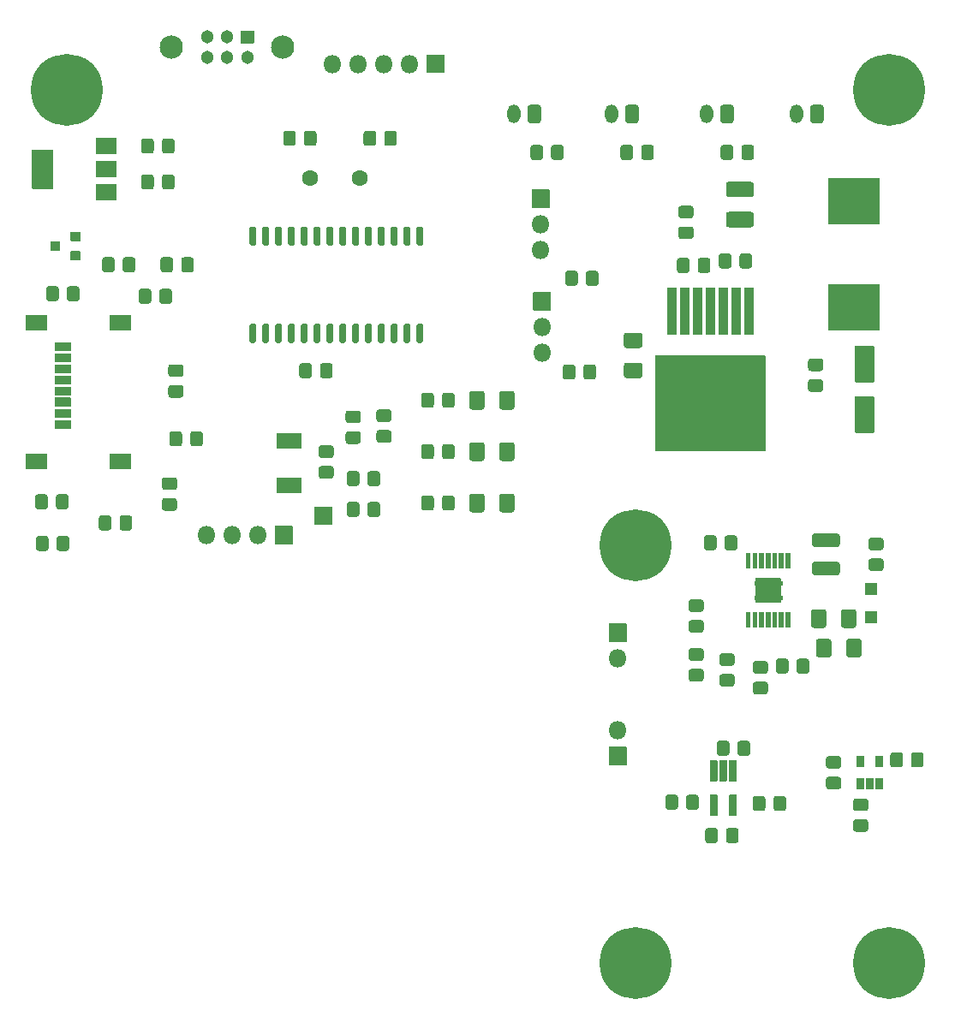
<source format=gbr>
%TF.GenerationSoftware,KiCad,Pcbnew,(5.1.9)-1*%
%TF.CreationDate,2021-07-10T09:55:13-04:00*%
%TF.ProjectId,detector_circuit,64657465-6374-46f7-925f-636972637569,rev?*%
%TF.SameCoordinates,Original*%
%TF.FileFunction,Soldermask,Top*%
%TF.FilePolarity,Negative*%
%FSLAX46Y46*%
G04 Gerber Fmt 4.6, Leading zero omitted, Abs format (unit mm)*
G04 Created by KiCad (PCBNEW (5.1.9)-1) date 2021-07-10 09:55:13*
%MOMM*%
%LPD*%
G01*
G04 APERTURE LIST*
%ADD10C,0.100000*%
%ADD11C,7.101600*%
%ADD12O,1.801600X1.801600*%
%ADD13C,2.301600*%
%ADD14C,1.301600*%
%ADD15C,1.601600*%
%ADD16O,1.301600X1.851600*%
G04 APERTURE END LIST*
D10*
%TO.C,U6*%
G36*
X160742000Y-104690000D02*
G01*
X160842000Y-104690000D01*
X160842000Y-105040000D01*
X160742000Y-105040000D01*
X160742000Y-104690000D01*
G37*
X160742000Y-104690000D02*
X160842000Y-104690000D01*
X160842000Y-105040000D01*
X160742000Y-105040000D01*
X160742000Y-104690000D01*
G36*
X160742000Y-103590000D02*
G01*
X160842000Y-103590000D01*
X160842000Y-103240000D01*
X160742000Y-103240000D01*
X160742000Y-103590000D01*
G37*
X160742000Y-103590000D02*
X160842000Y-103590000D01*
X160842000Y-103240000D01*
X160742000Y-103240000D01*
X160742000Y-103590000D01*
G36*
X158282000Y-103590000D02*
G01*
X158182000Y-103590000D01*
X158182000Y-103240000D01*
X158282000Y-103240000D01*
X158282000Y-103590000D01*
G37*
X158282000Y-103590000D02*
X158182000Y-103590000D01*
X158182000Y-103240000D01*
X158282000Y-103240000D01*
X158282000Y-103590000D01*
G36*
X158282000Y-104690000D02*
G01*
X158182000Y-104690000D01*
X158182000Y-105040000D01*
X158282000Y-105040000D01*
X158282000Y-104690000D01*
G37*
X158282000Y-104690000D02*
X158182000Y-104690000D01*
X158182000Y-105040000D01*
X158282000Y-105040000D01*
X158282000Y-104690000D01*
G36*
X160742000Y-104690000D02*
G01*
X160842000Y-104690000D01*
X160842000Y-105040000D01*
X160742000Y-105040000D01*
X160742000Y-104690000D01*
G37*
X160742000Y-104690000D02*
X160842000Y-104690000D01*
X160842000Y-105040000D01*
X160742000Y-105040000D01*
X160742000Y-104690000D01*
G36*
X160742000Y-103590000D02*
G01*
X160842000Y-103590000D01*
X160842000Y-103240000D01*
X160742000Y-103240000D01*
X160742000Y-103590000D01*
G37*
X160742000Y-103590000D02*
X160842000Y-103590000D01*
X160842000Y-103240000D01*
X160742000Y-103240000D01*
X160742000Y-103590000D01*
G36*
X158282000Y-103590000D02*
G01*
X158182000Y-103590000D01*
X158182000Y-103240000D01*
X158282000Y-103240000D01*
X158282000Y-103590000D01*
G37*
X158282000Y-103590000D02*
X158182000Y-103590000D01*
X158182000Y-103240000D01*
X158282000Y-103240000D01*
X158282000Y-103590000D01*
G36*
X158282000Y-104690000D02*
G01*
X158182000Y-104690000D01*
X158182000Y-105040000D01*
X158282000Y-105040000D01*
X158282000Y-104690000D01*
G37*
X158282000Y-104690000D02*
X158182000Y-104690000D01*
X158182000Y-105040000D01*
X158282000Y-105040000D01*
X158282000Y-104690000D01*
%TD*%
%TO.C,J8*%
G36*
G01*
X88185500Y-78436300D02*
X86185500Y-78436300D01*
G75*
G02*
X86134700Y-78385500I0J50800D01*
G01*
X86134700Y-76935500D01*
G75*
G02*
X86185500Y-76884700I50800J0D01*
G01*
X88185500Y-76884700D01*
G75*
G02*
X88236300Y-76935500I0J-50800D01*
G01*
X88236300Y-78385500D01*
G75*
G02*
X88185500Y-78436300I-50800J0D01*
G01*
G37*
G36*
G01*
X88185500Y-92186300D02*
X86185500Y-92186300D01*
G75*
G02*
X86134700Y-92135500I0J50800D01*
G01*
X86134700Y-90685500D01*
G75*
G02*
X86185500Y-90634700I50800J0D01*
G01*
X88185500Y-90634700D01*
G75*
G02*
X88236300Y-90685500I0J-50800D01*
G01*
X88236300Y-92135500D01*
G75*
G02*
X88185500Y-92186300I-50800J0D01*
G01*
G37*
G36*
G01*
X96485500Y-92186300D02*
X94485500Y-92186300D01*
G75*
G02*
X94434700Y-92135500I0J50800D01*
G01*
X94434700Y-90685500D01*
G75*
G02*
X94485500Y-90634700I50800J0D01*
G01*
X96485500Y-90634700D01*
G75*
G02*
X96536300Y-90685500I0J-50800D01*
G01*
X96536300Y-92135500D01*
G75*
G02*
X96485500Y-92186300I-50800J0D01*
G01*
G37*
G36*
G01*
X96485500Y-78436300D02*
X94485500Y-78436300D01*
G75*
G02*
X94434700Y-78385500I0J50800D01*
G01*
X94434700Y-76935500D01*
G75*
G02*
X94485500Y-76884700I50800J0D01*
G01*
X96485500Y-76884700D01*
G75*
G02*
X96536300Y-76935500I0J-50800D01*
G01*
X96536300Y-78385500D01*
G75*
G02*
X96485500Y-78436300I-50800J0D01*
G01*
G37*
G36*
G01*
X90535500Y-80491300D02*
X89035500Y-80491300D01*
G75*
G02*
X88984700Y-80440500I0J50800D01*
G01*
X88984700Y-79640500D01*
G75*
G02*
X89035500Y-79589700I50800J0D01*
G01*
X90535500Y-79589700D01*
G75*
G02*
X90586300Y-79640500I0J-50800D01*
G01*
X90586300Y-80440500D01*
G75*
G02*
X90535500Y-80491300I-50800J0D01*
G01*
G37*
G36*
G01*
X90535500Y-81591300D02*
X89035500Y-81591300D01*
G75*
G02*
X88984700Y-81540500I0J50800D01*
G01*
X88984700Y-80740500D01*
G75*
G02*
X89035500Y-80689700I50800J0D01*
G01*
X90535500Y-80689700D01*
G75*
G02*
X90586300Y-80740500I0J-50800D01*
G01*
X90586300Y-81540500D01*
G75*
G02*
X90535500Y-81591300I-50800J0D01*
G01*
G37*
G36*
G01*
X90535500Y-82691300D02*
X89035500Y-82691300D01*
G75*
G02*
X88984700Y-82640500I0J50800D01*
G01*
X88984700Y-81840500D01*
G75*
G02*
X89035500Y-81789700I50800J0D01*
G01*
X90535500Y-81789700D01*
G75*
G02*
X90586300Y-81840500I0J-50800D01*
G01*
X90586300Y-82640500D01*
G75*
G02*
X90535500Y-82691300I-50800J0D01*
G01*
G37*
G36*
G01*
X90545500Y-83791300D02*
X89045500Y-83791300D01*
G75*
G02*
X88994700Y-83740500I0J50800D01*
G01*
X88994700Y-82940500D01*
G75*
G02*
X89045500Y-82889700I50800J0D01*
G01*
X90545500Y-82889700D01*
G75*
G02*
X90596300Y-82940500I0J-50800D01*
G01*
X90596300Y-83740500D01*
G75*
G02*
X90545500Y-83791300I-50800J0D01*
G01*
G37*
G36*
G01*
X90535500Y-84891300D02*
X89035500Y-84891300D01*
G75*
G02*
X88984700Y-84840500I0J50800D01*
G01*
X88984700Y-84040500D01*
G75*
G02*
X89035500Y-83989700I50800J0D01*
G01*
X90535500Y-83989700D01*
G75*
G02*
X90586300Y-84040500I0J-50800D01*
G01*
X90586300Y-84840500D01*
G75*
G02*
X90535500Y-84891300I-50800J0D01*
G01*
G37*
G36*
G01*
X90535500Y-85981300D02*
X89035500Y-85981300D01*
G75*
G02*
X88984700Y-85930500I0J50800D01*
G01*
X88984700Y-85130500D01*
G75*
G02*
X89035500Y-85079700I50800J0D01*
G01*
X90535500Y-85079700D01*
G75*
G02*
X90586300Y-85130500I0J-50800D01*
G01*
X90586300Y-85930500D01*
G75*
G02*
X90535500Y-85981300I-50800J0D01*
G01*
G37*
G36*
G01*
X90535500Y-87091300D02*
X89035500Y-87091300D01*
G75*
G02*
X88984700Y-87040500I0J50800D01*
G01*
X88984700Y-86240500D01*
G75*
G02*
X89035500Y-86189700I50800J0D01*
G01*
X90535500Y-86189700D01*
G75*
G02*
X90586300Y-86240500I0J-50800D01*
G01*
X90586300Y-87040500D01*
G75*
G02*
X90535500Y-87091300I-50800J0D01*
G01*
G37*
G36*
G01*
X90535500Y-88191300D02*
X89035500Y-88191300D01*
G75*
G02*
X88984700Y-88140500I0J50800D01*
G01*
X88984700Y-87340500D01*
G75*
G02*
X89035500Y-87289700I50800J0D01*
G01*
X90535500Y-87289700D01*
G75*
G02*
X90586300Y-87340500I0J-50800D01*
G01*
X90586300Y-88140500D01*
G75*
G02*
X90535500Y-88191300I-50800J0D01*
G01*
G37*
%TD*%
D11*
%TO.C,REF\u002A\u002A*%
X146431000Y-140970000D03*
%TD*%
D12*
%TO.C,J11*%
X104013000Y-98679000D03*
X106553000Y-98679000D03*
X109093000Y-98679000D03*
G36*
G01*
X110783000Y-97778200D02*
X112483000Y-97778200D01*
G75*
G02*
X112533800Y-97829000I0J-50800D01*
G01*
X112533800Y-99529000D01*
G75*
G02*
X112483000Y-99579800I-50800J0D01*
G01*
X110783000Y-99579800D01*
G75*
G02*
X110732200Y-99529000I0J50800D01*
G01*
X110732200Y-97829000D01*
G75*
G02*
X110783000Y-97778200I50800J0D01*
G01*
G37*
%TD*%
%TO.C,J2*%
X144653000Y-110871000D03*
G36*
G01*
X143752200Y-109181000D02*
X143752200Y-107481000D01*
G75*
G02*
X143803000Y-107430200I50800J0D01*
G01*
X145503000Y-107430200D01*
G75*
G02*
X145553800Y-107481000I0J-50800D01*
G01*
X145553800Y-109181000D01*
G75*
G02*
X145503000Y-109231800I-50800J0D01*
G01*
X143803000Y-109231800D01*
G75*
G02*
X143752200Y-109181000I0J50800D01*
G01*
G37*
%TD*%
%TO.C,C1*%
G36*
G01*
X155683800Y-119282285D02*
X155683800Y-120239715D01*
G75*
G02*
X155411715Y-120511800I-272085J0D01*
G01*
X154704285Y-120511800D01*
G75*
G02*
X154432200Y-120239715I0J272085D01*
G01*
X154432200Y-119282285D01*
G75*
G02*
X154704285Y-119010200I272085J0D01*
G01*
X155411715Y-119010200D01*
G75*
G02*
X155683800Y-119282285I0J-272085D01*
G01*
G37*
G36*
G01*
X157733800Y-119282285D02*
X157733800Y-120239715D01*
G75*
G02*
X157461715Y-120511800I-272085J0D01*
G01*
X156754285Y-120511800D01*
G75*
G02*
X156482200Y-120239715I0J272085D01*
G01*
X156482200Y-119282285D01*
G75*
G02*
X156754285Y-119010200I272085J0D01*
G01*
X157461715Y-119010200D01*
G75*
G02*
X157733800Y-119282285I0J-272085D01*
G01*
G37*
%TD*%
%TO.C,C26*%
G36*
G01*
X155610024Y-66709700D02*
X157825976Y-66709700D01*
G75*
G02*
X158093800Y-66977524I0J-267824D01*
G01*
X158093800Y-67968476D01*
G75*
G02*
X157825976Y-68236300I-267824J0D01*
G01*
X155610024Y-68236300D01*
G75*
G02*
X155342200Y-67968476I0J267824D01*
G01*
X155342200Y-66977524D01*
G75*
G02*
X155610024Y-66709700I267824J0D01*
G01*
G37*
G36*
G01*
X155610024Y-63734700D02*
X157825976Y-63734700D01*
G75*
G02*
X158093800Y-64002524I0J-267824D01*
G01*
X158093800Y-64993476D01*
G75*
G02*
X157825976Y-65261300I-267824J0D01*
G01*
X155610024Y-65261300D01*
G75*
G02*
X155342200Y-64993476I0J267824D01*
G01*
X155342200Y-64002524D01*
G75*
G02*
X155610024Y-63734700I267824J0D01*
G01*
G37*
%TD*%
%TO.C,C22*%
G36*
G01*
X145519024Y-81623200D02*
X146834976Y-81623200D01*
G75*
G02*
X147102800Y-81891024I0J-267824D01*
G01*
X147102800Y-82881976D01*
G75*
G02*
X146834976Y-83149800I-267824J0D01*
G01*
X145519024Y-83149800D01*
G75*
G02*
X145251200Y-82881976I0J267824D01*
G01*
X145251200Y-81891024D01*
G75*
G02*
X145519024Y-81623200I267824J0D01*
G01*
G37*
G36*
G01*
X145519024Y-78648200D02*
X146834976Y-78648200D01*
G75*
G02*
X147102800Y-78916024I0J-267824D01*
G01*
X147102800Y-79906976D01*
G75*
G02*
X146834976Y-80174800I-267824J0D01*
G01*
X145519024Y-80174800D01*
G75*
G02*
X145251200Y-79906976I0J267824D01*
G01*
X145251200Y-78916024D01*
G75*
G02*
X145519024Y-78648200I267824J0D01*
G01*
G37*
%TD*%
%TO.C,C16*%
G36*
G01*
X165772800Y-109197024D02*
X165772800Y-110512976D01*
G75*
G02*
X165504976Y-110780800I-267824J0D01*
G01*
X164514024Y-110780800D01*
G75*
G02*
X164246200Y-110512976I0J267824D01*
G01*
X164246200Y-109197024D01*
G75*
G02*
X164514024Y-108929200I267824J0D01*
G01*
X165504976Y-108929200D01*
G75*
G02*
X165772800Y-109197024I0J-267824D01*
G01*
G37*
G36*
G01*
X168747800Y-109197024D02*
X168747800Y-110512976D01*
G75*
G02*
X168479976Y-110780800I-267824J0D01*
G01*
X167489024Y-110780800D01*
G75*
G02*
X167221200Y-110512976I0J267824D01*
G01*
X167221200Y-109197024D01*
G75*
G02*
X167489024Y-108929200I267824J0D01*
G01*
X168479976Y-108929200D01*
G75*
G02*
X168747800Y-109197024I0J-267824D01*
G01*
G37*
%TD*%
%TO.C,C15*%
G36*
G01*
X165264800Y-106276024D02*
X165264800Y-107591976D01*
G75*
G02*
X164996976Y-107859800I-267824J0D01*
G01*
X164006024Y-107859800D01*
G75*
G02*
X163738200Y-107591976I0J267824D01*
G01*
X163738200Y-106276024D01*
G75*
G02*
X164006024Y-106008200I267824J0D01*
G01*
X164996976Y-106008200D01*
G75*
G02*
X165264800Y-106276024I0J-267824D01*
G01*
G37*
G36*
G01*
X168239800Y-106276024D02*
X168239800Y-107591976D01*
G75*
G02*
X167971976Y-107859800I-267824J0D01*
G01*
X166981024Y-107859800D01*
G75*
G02*
X166713200Y-107591976I0J267824D01*
G01*
X166713200Y-106276024D01*
G75*
G02*
X166981024Y-106008200I267824J0D01*
G01*
X167971976Y-106008200D01*
G75*
G02*
X168239800Y-106276024I0J-267824D01*
G01*
G37*
%TD*%
D11*
%TO.C,REF\u002A\u002A*%
X90170000Y-54610000D03*
%TD*%
%TO.C,REF\u002A\u002A*%
X171450000Y-54610000D03*
%TD*%
%TO.C,REF\u002A\u002A*%
X171450000Y-140970000D03*
%TD*%
%TO.C,REF\u002A\u002A*%
X146431000Y-99695000D03*
%TD*%
D13*
%TO.C,J10*%
X111545000Y-50419000D03*
X100545000Y-50419000D03*
D14*
X108045000Y-51419000D03*
X106045000Y-51419000D03*
X104045000Y-51419000D03*
X104045000Y-49419000D03*
G36*
G01*
X108695800Y-48819000D02*
X108695800Y-50019000D01*
G75*
G02*
X108645000Y-50069800I-50800J0D01*
G01*
X107445000Y-50069800D01*
G75*
G02*
X107394200Y-50019000I0J50800D01*
G01*
X107394200Y-48819000D01*
G75*
G02*
X107445000Y-48768200I50800J0D01*
G01*
X108645000Y-48768200D01*
G75*
G02*
X108695800Y-48819000I0J-50800D01*
G01*
G37*
X106045000Y-49419000D03*
%TD*%
%TO.C,U3*%
G36*
G01*
X155692000Y-124357200D02*
X156342000Y-124357200D01*
G75*
G02*
X156392800Y-124408000I0J-50800D01*
G01*
X156392800Y-126408000D01*
G75*
G02*
X156342000Y-126458800I-50800J0D01*
G01*
X155692000Y-126458800D01*
G75*
G02*
X155641200Y-126408000I0J50800D01*
G01*
X155641200Y-124408000D01*
G75*
G02*
X155692000Y-124357200I50800J0D01*
G01*
G37*
G36*
G01*
X153792000Y-124357200D02*
X154442000Y-124357200D01*
G75*
G02*
X154492800Y-124408000I0J-50800D01*
G01*
X154492800Y-126408000D01*
G75*
G02*
X154442000Y-126458800I-50800J0D01*
G01*
X153792000Y-126458800D01*
G75*
G02*
X153741200Y-126408000I0J50800D01*
G01*
X153741200Y-124408000D01*
G75*
G02*
X153792000Y-124357200I50800J0D01*
G01*
G37*
G36*
G01*
X153792000Y-120937200D02*
X154442000Y-120937200D01*
G75*
G02*
X154492800Y-120988000I0J-50800D01*
G01*
X154492800Y-122988000D01*
G75*
G02*
X154442000Y-123038800I-50800J0D01*
G01*
X153792000Y-123038800D01*
G75*
G02*
X153741200Y-122988000I0J50800D01*
G01*
X153741200Y-120988000D01*
G75*
G02*
X153792000Y-120937200I50800J0D01*
G01*
G37*
G36*
G01*
X154742000Y-120937200D02*
X155392000Y-120937200D01*
G75*
G02*
X155442800Y-120988000I0J-50800D01*
G01*
X155442800Y-122988000D01*
G75*
G02*
X155392000Y-123038800I-50800J0D01*
G01*
X154742000Y-123038800D01*
G75*
G02*
X154691200Y-122988000I0J50800D01*
G01*
X154691200Y-120988000D01*
G75*
G02*
X154742000Y-120937200I50800J0D01*
G01*
G37*
G36*
G01*
X155692000Y-120937200D02*
X156342000Y-120937200D01*
G75*
G02*
X156392800Y-120988000I0J-50800D01*
G01*
X156392800Y-122988000D01*
G75*
G02*
X156342000Y-123038800I-50800J0D01*
G01*
X155692000Y-123038800D01*
G75*
G02*
X155641200Y-122988000I0J50800D01*
G01*
X155641200Y-120988000D01*
G75*
G02*
X155692000Y-120937200I50800J0D01*
G01*
G37*
%TD*%
%TO.C,U1*%
G36*
G01*
X148397000Y-80910700D02*
X159197000Y-80910700D01*
G75*
G02*
X159247800Y-80961500I0J-50800D01*
G01*
X159247800Y-90361500D01*
G75*
G02*
X159197000Y-90412300I-50800J0D01*
G01*
X148397000Y-90412300D01*
G75*
G02*
X148346200Y-90361500I0J50800D01*
G01*
X148346200Y-80961500D01*
G75*
G02*
X148397000Y-80910700I50800J0D01*
G01*
G37*
G36*
G01*
X149587000Y-74160700D02*
X150387000Y-74160700D01*
G75*
G02*
X150437800Y-74211500I0J-50800D01*
G01*
X150437800Y-78811500D01*
G75*
G02*
X150387000Y-78862300I-50800J0D01*
G01*
X149587000Y-78862300D01*
G75*
G02*
X149536200Y-78811500I0J50800D01*
G01*
X149536200Y-74211500D01*
G75*
G02*
X149587000Y-74160700I50800J0D01*
G01*
G37*
G36*
G01*
X150857000Y-74160700D02*
X151657000Y-74160700D01*
G75*
G02*
X151707800Y-74211500I0J-50800D01*
G01*
X151707800Y-78811500D01*
G75*
G02*
X151657000Y-78862300I-50800J0D01*
G01*
X150857000Y-78862300D01*
G75*
G02*
X150806200Y-78811500I0J50800D01*
G01*
X150806200Y-74211500D01*
G75*
G02*
X150857000Y-74160700I50800J0D01*
G01*
G37*
G36*
G01*
X152127000Y-74160700D02*
X152927000Y-74160700D01*
G75*
G02*
X152977800Y-74211500I0J-50800D01*
G01*
X152977800Y-78811500D01*
G75*
G02*
X152927000Y-78862300I-50800J0D01*
G01*
X152127000Y-78862300D01*
G75*
G02*
X152076200Y-78811500I0J50800D01*
G01*
X152076200Y-74211500D01*
G75*
G02*
X152127000Y-74160700I50800J0D01*
G01*
G37*
G36*
G01*
X153397000Y-74160700D02*
X154197000Y-74160700D01*
G75*
G02*
X154247800Y-74211500I0J-50800D01*
G01*
X154247800Y-78811500D01*
G75*
G02*
X154197000Y-78862300I-50800J0D01*
G01*
X153397000Y-78862300D01*
G75*
G02*
X153346200Y-78811500I0J50800D01*
G01*
X153346200Y-74211500D01*
G75*
G02*
X153397000Y-74160700I50800J0D01*
G01*
G37*
G36*
G01*
X154667000Y-74160700D02*
X155467000Y-74160700D01*
G75*
G02*
X155517800Y-74211500I0J-50800D01*
G01*
X155517800Y-78811500D01*
G75*
G02*
X155467000Y-78862300I-50800J0D01*
G01*
X154667000Y-78862300D01*
G75*
G02*
X154616200Y-78811500I0J50800D01*
G01*
X154616200Y-74211500D01*
G75*
G02*
X154667000Y-74160700I50800J0D01*
G01*
G37*
G36*
G01*
X155937000Y-74160700D02*
X156737000Y-74160700D01*
G75*
G02*
X156787800Y-74211500I0J-50800D01*
G01*
X156787800Y-78811500D01*
G75*
G02*
X156737000Y-78862300I-50800J0D01*
G01*
X155937000Y-78862300D01*
G75*
G02*
X155886200Y-78811500I0J50800D01*
G01*
X155886200Y-74211500D01*
G75*
G02*
X155937000Y-74160700I50800J0D01*
G01*
G37*
G36*
G01*
X157207000Y-74160700D02*
X158007000Y-74160700D01*
G75*
G02*
X158057800Y-74211500I0J-50800D01*
G01*
X158057800Y-78811500D01*
G75*
G02*
X158007000Y-78862300I-50800J0D01*
G01*
X157207000Y-78862300D01*
G75*
G02*
X157156200Y-78811500I0J50800D01*
G01*
X157156200Y-74211500D01*
G75*
G02*
X157207000Y-74160700I50800J0D01*
G01*
G37*
%TD*%
D15*
%TO.C,Y1*%
X114246000Y-63373000D03*
X119126000Y-63373000D03*
%TD*%
%TO.C,J1*%
G36*
G01*
X125769000Y-51169200D02*
X127469000Y-51169200D01*
G75*
G02*
X127519800Y-51220000I0J-50800D01*
G01*
X127519800Y-52920000D01*
G75*
G02*
X127469000Y-52970800I-50800J0D01*
G01*
X125769000Y-52970800D01*
G75*
G02*
X125718200Y-52920000I0J50800D01*
G01*
X125718200Y-51220000D01*
G75*
G02*
X125769000Y-51169200I50800J0D01*
G01*
G37*
D12*
X124079000Y-52070000D03*
X121539000Y-52070000D03*
X118999000Y-52070000D03*
X116459000Y-52070000D03*
%TD*%
%TO.C,C4*%
G36*
G01*
X173627200Y-121382715D02*
X173627200Y-120425285D01*
G75*
G02*
X173899285Y-120153200I272085J0D01*
G01*
X174606715Y-120153200D01*
G75*
G02*
X174878800Y-120425285I0J-272085D01*
G01*
X174878800Y-121382715D01*
G75*
G02*
X174606715Y-121654800I-272085J0D01*
G01*
X173899285Y-121654800D01*
G75*
G02*
X173627200Y-121382715I0J272085D01*
G01*
G37*
G36*
G01*
X171577200Y-121382715D02*
X171577200Y-120425285D01*
G75*
G02*
X171849285Y-120153200I272085J0D01*
G01*
X172556715Y-120153200D01*
G75*
G02*
X172828800Y-120425285I0J-272085D01*
G01*
X172828800Y-121382715D01*
G75*
G02*
X172556715Y-121654800I-272085J0D01*
G01*
X171849285Y-121654800D01*
G75*
G02*
X171577200Y-121382715I0J272085D01*
G01*
G37*
%TD*%
%TO.C,R19*%
G36*
G01*
X102380200Y-89632715D02*
X102380200Y-88675285D01*
G75*
G02*
X102652285Y-88403200I272085J0D01*
G01*
X103359715Y-88403200D01*
G75*
G02*
X103631800Y-88675285I0J-272085D01*
G01*
X103631800Y-89632715D01*
G75*
G02*
X103359715Y-89904800I-272085J0D01*
G01*
X102652285Y-89904800D01*
G75*
G02*
X102380200Y-89632715I0J272085D01*
G01*
G37*
G36*
G01*
X100330200Y-89632715D02*
X100330200Y-88675285D01*
G75*
G02*
X100602285Y-88403200I272085J0D01*
G01*
X101309715Y-88403200D01*
G75*
G02*
X101581800Y-88675285I0J-272085D01*
G01*
X101581800Y-89632715D01*
G75*
G02*
X101309715Y-89904800I-272085J0D01*
G01*
X100602285Y-89904800D01*
G75*
G02*
X100330200Y-89632715I0J272085D01*
G01*
G37*
%TD*%
%TO.C,L2*%
G36*
G01*
X170571800Y-63386500D02*
X170571800Y-67886500D01*
G75*
G02*
X170521000Y-67937300I-50800J0D01*
G01*
X165521000Y-67937300D01*
G75*
G02*
X165470200Y-67886500I0J50800D01*
G01*
X165470200Y-63386500D01*
G75*
G02*
X165521000Y-63335700I50800J0D01*
G01*
X170521000Y-63335700D01*
G75*
G02*
X170571800Y-63386500I0J-50800D01*
G01*
G37*
G36*
G01*
X170571800Y-73886500D02*
X170571800Y-78386500D01*
G75*
G02*
X170521000Y-78437300I-50800J0D01*
G01*
X165521000Y-78437300D01*
G75*
G02*
X165470200Y-78386500I0J50800D01*
G01*
X165470200Y-73886500D01*
G75*
G02*
X165521000Y-73835700I50800J0D01*
G01*
X170521000Y-73835700D01*
G75*
G02*
X170571800Y-73886500I0J-50800D01*
G01*
G37*
%TD*%
%TO.C,R2*%
G36*
G01*
X150905285Y-68153700D02*
X151862715Y-68153700D01*
G75*
G02*
X152134800Y-68425785I0J-272085D01*
G01*
X152134800Y-69133215D01*
G75*
G02*
X151862715Y-69405300I-272085J0D01*
G01*
X150905285Y-69405300D01*
G75*
G02*
X150633200Y-69133215I0J272085D01*
G01*
X150633200Y-68425785D01*
G75*
G02*
X150905285Y-68153700I272085J0D01*
G01*
G37*
G36*
G01*
X150905285Y-66103700D02*
X151862715Y-66103700D01*
G75*
G02*
X152134800Y-66375785I0J-272085D01*
G01*
X152134800Y-67083215D01*
G75*
G02*
X151862715Y-67355300I-272085J0D01*
G01*
X150905285Y-67355300D01*
G75*
G02*
X150633200Y-67083215I0J272085D01*
G01*
X150633200Y-66375785D01*
G75*
G02*
X150905285Y-66103700I272085J0D01*
G01*
G37*
%TD*%
%TO.C,D7*%
G36*
G01*
X168137000Y-84963700D02*
X169937000Y-84963700D01*
G75*
G02*
X169987800Y-85014500I0J-50800D01*
G01*
X169987800Y-88514500D01*
G75*
G02*
X169937000Y-88565300I-50800J0D01*
G01*
X168137000Y-88565300D01*
G75*
G02*
X168086200Y-88514500I0J50800D01*
G01*
X168086200Y-85014500D01*
G75*
G02*
X168137000Y-84963700I50800J0D01*
G01*
G37*
G36*
G01*
X168137000Y-79963700D02*
X169937000Y-79963700D01*
G75*
G02*
X169987800Y-80014500I0J-50800D01*
G01*
X169987800Y-83514500D01*
G75*
G02*
X169937000Y-83565300I-50800J0D01*
G01*
X168137000Y-83565300D01*
G75*
G02*
X168086200Y-83514500I0J50800D01*
G01*
X168086200Y-80014500D01*
G75*
G02*
X168137000Y-79963700I50800J0D01*
G01*
G37*
%TD*%
D16*
%TO.C,J6*%
X162338000Y-57023000D03*
G36*
G01*
X164988800Y-56368365D02*
X164988800Y-57677635D01*
G75*
G02*
X164717635Y-57948800I-271165J0D01*
G01*
X163958365Y-57948800D01*
G75*
G02*
X163687200Y-57677635I0J271165D01*
G01*
X163687200Y-56368365D01*
G75*
G02*
X163958365Y-56097200I271165J0D01*
G01*
X164717635Y-56097200D01*
G75*
G02*
X164988800Y-56368365I0J-271165D01*
G01*
G37*
%TD*%
%TO.C,J5*%
X153448000Y-57023000D03*
G36*
G01*
X156098800Y-56368365D02*
X156098800Y-57677635D01*
G75*
G02*
X155827635Y-57948800I-271165J0D01*
G01*
X155068365Y-57948800D01*
G75*
G02*
X154797200Y-57677635I0J271165D01*
G01*
X154797200Y-56368365D01*
G75*
G02*
X155068365Y-56097200I271165J0D01*
G01*
X155827635Y-56097200D01*
G75*
G02*
X156098800Y-56368365I0J-271165D01*
G01*
G37*
%TD*%
%TO.C,J4*%
X144050000Y-57023000D03*
G36*
G01*
X146700800Y-56368365D02*
X146700800Y-57677635D01*
G75*
G02*
X146429635Y-57948800I-271165J0D01*
G01*
X145670365Y-57948800D01*
G75*
G02*
X145399200Y-57677635I0J271165D01*
G01*
X145399200Y-56368365D01*
G75*
G02*
X145670365Y-56097200I271165J0D01*
G01*
X146429635Y-56097200D01*
G75*
G02*
X146700800Y-56368365I0J-271165D01*
G01*
G37*
%TD*%
%TO.C,J3*%
X134398000Y-57023000D03*
G36*
G01*
X137048800Y-56368365D02*
X137048800Y-57677635D01*
G75*
G02*
X136777635Y-57948800I-271165J0D01*
G01*
X136018365Y-57948800D01*
G75*
G02*
X135747200Y-57677635I0J271165D01*
G01*
X135747200Y-56368365D01*
G75*
G02*
X136018365Y-56097200I271165J0D01*
G01*
X136777635Y-56097200D01*
G75*
G02*
X137048800Y-56368365I0J-271165D01*
G01*
G37*
%TD*%
%TO.C,U6*%
G36*
G01*
X161284234Y-100431600D02*
X161639834Y-100431600D01*
G75*
G02*
X161690634Y-100482400I0J-50800D01*
G01*
X161690634Y-101955600D01*
G75*
G02*
X161639834Y-102006400I-50800J0D01*
G01*
X161284234Y-102006400D01*
G75*
G02*
X161233434Y-101955600I0J50800D01*
G01*
X161233434Y-100482400D01*
G75*
G02*
X161284234Y-100431600I50800J0D01*
G01*
G37*
G36*
G01*
X160634223Y-100431600D02*
X160989823Y-100431600D01*
G75*
G02*
X161040623Y-100482400I0J-50800D01*
G01*
X161040623Y-101955600D01*
G75*
G02*
X160989823Y-102006400I-50800J0D01*
G01*
X160634223Y-102006400D01*
G75*
G02*
X160583423Y-101955600I0J50800D01*
G01*
X160583423Y-100482400D01*
G75*
G02*
X160634223Y-100431600I50800J0D01*
G01*
G37*
G36*
G01*
X159984211Y-100431600D02*
X160339811Y-100431600D01*
G75*
G02*
X160390611Y-100482400I0J-50800D01*
G01*
X160390611Y-101955600D01*
G75*
G02*
X160339811Y-102006400I-50800J0D01*
G01*
X159984211Y-102006400D01*
G75*
G02*
X159933411Y-101955600I0J50800D01*
G01*
X159933411Y-100482400D01*
G75*
G02*
X159984211Y-100431600I50800J0D01*
G01*
G37*
G36*
G01*
X159334200Y-100431600D02*
X159689800Y-100431600D01*
G75*
G02*
X159740600Y-100482400I0J-50800D01*
G01*
X159740600Y-101955600D01*
G75*
G02*
X159689800Y-102006400I-50800J0D01*
G01*
X159334200Y-102006400D01*
G75*
G02*
X159283400Y-101955600I0J50800D01*
G01*
X159283400Y-100482400D01*
G75*
G02*
X159334200Y-100431600I50800J0D01*
G01*
G37*
G36*
G01*
X158684189Y-100431600D02*
X159039789Y-100431600D01*
G75*
G02*
X159090589Y-100482400I0J-50800D01*
G01*
X159090589Y-101955600D01*
G75*
G02*
X159039789Y-102006400I-50800J0D01*
G01*
X158684189Y-102006400D01*
G75*
G02*
X158633389Y-101955600I0J50800D01*
G01*
X158633389Y-100482400D01*
G75*
G02*
X158684189Y-100431600I50800J0D01*
G01*
G37*
G36*
G01*
X158034177Y-100431600D02*
X158389777Y-100431600D01*
G75*
G02*
X158440577Y-100482400I0J-50800D01*
G01*
X158440577Y-101955600D01*
G75*
G02*
X158389777Y-102006400I-50800J0D01*
G01*
X158034177Y-102006400D01*
G75*
G02*
X157983377Y-101955600I0J50800D01*
G01*
X157983377Y-100482400D01*
G75*
G02*
X158034177Y-100431600I50800J0D01*
G01*
G37*
G36*
G01*
X157384166Y-100431600D02*
X157739766Y-100431600D01*
G75*
G02*
X157790566Y-100482400I0J-50800D01*
G01*
X157790566Y-101955600D01*
G75*
G02*
X157739766Y-102006400I-50800J0D01*
G01*
X157384166Y-102006400D01*
G75*
G02*
X157333366Y-101955600I0J50800D01*
G01*
X157333366Y-100482400D01*
G75*
G02*
X157384166Y-100431600I50800J0D01*
G01*
G37*
G36*
G01*
X157384166Y-106273600D02*
X157739766Y-106273600D01*
G75*
G02*
X157790566Y-106324400I0J-50800D01*
G01*
X157790566Y-107797600D01*
G75*
G02*
X157739766Y-107848400I-50800J0D01*
G01*
X157384166Y-107848400D01*
G75*
G02*
X157333366Y-107797600I0J50800D01*
G01*
X157333366Y-106324400D01*
G75*
G02*
X157384166Y-106273600I50800J0D01*
G01*
G37*
G36*
G01*
X158034177Y-106273600D02*
X158389777Y-106273600D01*
G75*
G02*
X158440577Y-106324400I0J-50800D01*
G01*
X158440577Y-107797600D01*
G75*
G02*
X158389777Y-107848400I-50800J0D01*
G01*
X158034177Y-107848400D01*
G75*
G02*
X157983377Y-107797600I0J50800D01*
G01*
X157983377Y-106324400D01*
G75*
G02*
X158034177Y-106273600I50800J0D01*
G01*
G37*
G36*
G01*
X158684189Y-106273600D02*
X159039789Y-106273600D01*
G75*
G02*
X159090589Y-106324400I0J-50800D01*
G01*
X159090589Y-107797600D01*
G75*
G02*
X159039789Y-107848400I-50800J0D01*
G01*
X158684189Y-107848400D01*
G75*
G02*
X158633389Y-107797600I0J50800D01*
G01*
X158633389Y-106324400D01*
G75*
G02*
X158684189Y-106273600I50800J0D01*
G01*
G37*
G36*
G01*
X159334200Y-106273600D02*
X159689800Y-106273600D01*
G75*
G02*
X159740600Y-106324400I0J-50800D01*
G01*
X159740600Y-107797600D01*
G75*
G02*
X159689800Y-107848400I-50800J0D01*
G01*
X159334200Y-107848400D01*
G75*
G02*
X159283400Y-107797600I0J50800D01*
G01*
X159283400Y-106324400D01*
G75*
G02*
X159334200Y-106273600I50800J0D01*
G01*
G37*
G36*
G01*
X159984211Y-106273600D02*
X160339811Y-106273600D01*
G75*
G02*
X160390611Y-106324400I0J-50800D01*
G01*
X160390611Y-107797600D01*
G75*
G02*
X160339811Y-107848400I-50800J0D01*
G01*
X159984211Y-107848400D01*
G75*
G02*
X159933411Y-107797600I0J50800D01*
G01*
X159933411Y-106324400D01*
G75*
G02*
X159984211Y-106273600I50800J0D01*
G01*
G37*
G36*
G01*
X160634223Y-106273600D02*
X160989823Y-106273600D01*
G75*
G02*
X161040623Y-106324400I0J-50800D01*
G01*
X161040623Y-107797600D01*
G75*
G02*
X160989823Y-107848400I-50800J0D01*
G01*
X160634223Y-107848400D01*
G75*
G02*
X160583423Y-107797600I0J50800D01*
G01*
X160583423Y-106324400D01*
G75*
G02*
X160634223Y-106273600I50800J0D01*
G01*
G37*
G36*
G01*
X161284234Y-106273600D02*
X161639834Y-106273600D01*
G75*
G02*
X161690634Y-106324400I0J-50800D01*
G01*
X161690634Y-107797600D01*
G75*
G02*
X161639834Y-107848400I-50800J0D01*
G01*
X161284234Y-107848400D01*
G75*
G02*
X161233434Y-107797600I0J50800D01*
G01*
X161233434Y-106324400D01*
G75*
G02*
X161284234Y-106273600I50800J0D01*
G01*
G37*
G36*
G01*
X158282000Y-102934200D02*
X160742000Y-102934200D01*
G75*
G02*
X160792800Y-102985000I0J-50800D01*
G01*
X160792800Y-105295000D01*
G75*
G02*
X160742000Y-105345800I-50800J0D01*
G01*
X158282000Y-105345800D01*
G75*
G02*
X158231200Y-105295000I0J50800D01*
G01*
X158231200Y-102985000D01*
G75*
G02*
X158282000Y-102934200I50800J0D01*
G01*
G37*
%TD*%
%TO.C,R41*%
G36*
G01*
X152545200Y-72487715D02*
X152545200Y-71530285D01*
G75*
G02*
X152817285Y-71258200I272085J0D01*
G01*
X153524715Y-71258200D01*
G75*
G02*
X153796800Y-71530285I0J-272085D01*
G01*
X153796800Y-72487715D01*
G75*
G02*
X153524715Y-72759800I-272085J0D01*
G01*
X152817285Y-72759800D01*
G75*
G02*
X152545200Y-72487715I0J272085D01*
G01*
G37*
G36*
G01*
X150495200Y-72487715D02*
X150495200Y-71530285D01*
G75*
G02*
X150767285Y-71258200I272085J0D01*
G01*
X151474715Y-71258200D01*
G75*
G02*
X151746800Y-71530285I0J-272085D01*
G01*
X151746800Y-72487715D01*
G75*
G02*
X151474715Y-72759800I-272085J0D01*
G01*
X150767285Y-72759800D01*
G75*
G02*
X150495200Y-72487715I0J272085D01*
G01*
G37*
%TD*%
%TO.C,L1*%
G36*
G01*
X166332480Y-99859800D02*
X164121520Y-99859800D01*
G75*
G02*
X163851200Y-99589480I0J270320D01*
G01*
X163851200Y-98778520D01*
G75*
G02*
X164121520Y-98508200I270320J0D01*
G01*
X166332480Y-98508200D01*
G75*
G02*
X166602800Y-98778520I0J-270320D01*
G01*
X166602800Y-99589480D01*
G75*
G02*
X166332480Y-99859800I-270320J0D01*
G01*
G37*
G36*
G01*
X166332480Y-102659800D02*
X164121520Y-102659800D01*
G75*
G02*
X163851200Y-102389480I0J270320D01*
G01*
X163851200Y-101578520D01*
G75*
G02*
X164121520Y-101308200I270320J0D01*
G01*
X166332480Y-101308200D01*
G75*
G02*
X166602800Y-101578520I0J-270320D01*
G01*
X166602800Y-102389480D01*
G75*
G02*
X166332480Y-102659800I-270320J0D01*
G01*
G37*
%TD*%
%TO.C,C25*%
G36*
G01*
X155883300Y-71085785D02*
X155883300Y-72043215D01*
G75*
G02*
X155611215Y-72315300I-272085J0D01*
G01*
X154903785Y-72315300D01*
G75*
G02*
X154631700Y-72043215I0J272085D01*
G01*
X154631700Y-71085785D01*
G75*
G02*
X154903785Y-70813700I272085J0D01*
G01*
X155611215Y-70813700D01*
G75*
G02*
X155883300Y-71085785I0J-272085D01*
G01*
G37*
G36*
G01*
X157933300Y-71085785D02*
X157933300Y-72043215D01*
G75*
G02*
X157661215Y-72315300I-272085J0D01*
G01*
X156953785Y-72315300D01*
G75*
G02*
X156681700Y-72043215I0J272085D01*
G01*
X156681700Y-71085785D01*
G75*
G02*
X156953785Y-70813700I272085J0D01*
G01*
X157661215Y-70813700D01*
G75*
G02*
X157933300Y-71085785I0J-272085D01*
G01*
G37*
%TD*%
%TO.C,C24*%
G36*
G01*
X163732285Y-83257700D02*
X164689715Y-83257700D01*
G75*
G02*
X164961800Y-83529785I0J-272085D01*
G01*
X164961800Y-84237215D01*
G75*
G02*
X164689715Y-84509300I-272085J0D01*
G01*
X163732285Y-84509300D01*
G75*
G02*
X163460200Y-84237215I0J272085D01*
G01*
X163460200Y-83529785D01*
G75*
G02*
X163732285Y-83257700I272085J0D01*
G01*
G37*
G36*
G01*
X163732285Y-81207700D02*
X164689715Y-81207700D01*
G75*
G02*
X164961800Y-81479785I0J-272085D01*
G01*
X164961800Y-82187215D01*
G75*
G02*
X164689715Y-82459300I-272085J0D01*
G01*
X163732285Y-82459300D01*
G75*
G02*
X163460200Y-82187215I0J272085D01*
G01*
X163460200Y-81479785D01*
G75*
G02*
X163732285Y-81207700I272085J0D01*
G01*
G37*
%TD*%
D12*
%TO.C,J9*%
X144653000Y-117983000D03*
G36*
G01*
X145553800Y-119673000D02*
X145553800Y-121373000D01*
G75*
G02*
X145503000Y-121423800I-50800J0D01*
G01*
X143803000Y-121423800D01*
G75*
G02*
X143752200Y-121373000I0J50800D01*
G01*
X143752200Y-119673000D01*
G75*
G02*
X143803000Y-119622200I50800J0D01*
G01*
X145503000Y-119622200D01*
G75*
G02*
X145553800Y-119673000I0J-50800D01*
G01*
G37*
%TD*%
%TO.C,U5*%
G36*
G01*
X124919600Y-77763200D02*
X125270400Y-77763200D01*
G75*
G02*
X125445800Y-77938600I0J-175400D01*
G01*
X125445800Y-79489400D01*
G75*
G02*
X125270400Y-79664800I-175400J0D01*
G01*
X124919600Y-79664800D01*
G75*
G02*
X124744200Y-79489400I0J175400D01*
G01*
X124744200Y-77938600D01*
G75*
G02*
X124919600Y-77763200I175400J0D01*
G01*
G37*
G36*
G01*
X123649600Y-77763200D02*
X124000400Y-77763200D01*
G75*
G02*
X124175800Y-77938600I0J-175400D01*
G01*
X124175800Y-79489400D01*
G75*
G02*
X124000400Y-79664800I-175400J0D01*
G01*
X123649600Y-79664800D01*
G75*
G02*
X123474200Y-79489400I0J175400D01*
G01*
X123474200Y-77938600D01*
G75*
G02*
X123649600Y-77763200I175400J0D01*
G01*
G37*
G36*
G01*
X122379600Y-77763200D02*
X122730400Y-77763200D01*
G75*
G02*
X122905800Y-77938600I0J-175400D01*
G01*
X122905800Y-79489400D01*
G75*
G02*
X122730400Y-79664800I-175400J0D01*
G01*
X122379600Y-79664800D01*
G75*
G02*
X122204200Y-79489400I0J175400D01*
G01*
X122204200Y-77938600D01*
G75*
G02*
X122379600Y-77763200I175400J0D01*
G01*
G37*
G36*
G01*
X121109600Y-77763200D02*
X121460400Y-77763200D01*
G75*
G02*
X121635800Y-77938600I0J-175400D01*
G01*
X121635800Y-79489400D01*
G75*
G02*
X121460400Y-79664800I-175400J0D01*
G01*
X121109600Y-79664800D01*
G75*
G02*
X120934200Y-79489400I0J175400D01*
G01*
X120934200Y-77938600D01*
G75*
G02*
X121109600Y-77763200I175400J0D01*
G01*
G37*
G36*
G01*
X119839600Y-77763200D02*
X120190400Y-77763200D01*
G75*
G02*
X120365800Y-77938600I0J-175400D01*
G01*
X120365800Y-79489400D01*
G75*
G02*
X120190400Y-79664800I-175400J0D01*
G01*
X119839600Y-79664800D01*
G75*
G02*
X119664200Y-79489400I0J175400D01*
G01*
X119664200Y-77938600D01*
G75*
G02*
X119839600Y-77763200I175400J0D01*
G01*
G37*
G36*
G01*
X118569600Y-77763200D02*
X118920400Y-77763200D01*
G75*
G02*
X119095800Y-77938600I0J-175400D01*
G01*
X119095800Y-79489400D01*
G75*
G02*
X118920400Y-79664800I-175400J0D01*
G01*
X118569600Y-79664800D01*
G75*
G02*
X118394200Y-79489400I0J175400D01*
G01*
X118394200Y-77938600D01*
G75*
G02*
X118569600Y-77763200I175400J0D01*
G01*
G37*
G36*
G01*
X117299600Y-77763200D02*
X117650400Y-77763200D01*
G75*
G02*
X117825800Y-77938600I0J-175400D01*
G01*
X117825800Y-79489400D01*
G75*
G02*
X117650400Y-79664800I-175400J0D01*
G01*
X117299600Y-79664800D01*
G75*
G02*
X117124200Y-79489400I0J175400D01*
G01*
X117124200Y-77938600D01*
G75*
G02*
X117299600Y-77763200I175400J0D01*
G01*
G37*
G36*
G01*
X116029600Y-77763200D02*
X116380400Y-77763200D01*
G75*
G02*
X116555800Y-77938600I0J-175400D01*
G01*
X116555800Y-79489400D01*
G75*
G02*
X116380400Y-79664800I-175400J0D01*
G01*
X116029600Y-79664800D01*
G75*
G02*
X115854200Y-79489400I0J175400D01*
G01*
X115854200Y-77938600D01*
G75*
G02*
X116029600Y-77763200I175400J0D01*
G01*
G37*
G36*
G01*
X114759600Y-77763200D02*
X115110400Y-77763200D01*
G75*
G02*
X115285800Y-77938600I0J-175400D01*
G01*
X115285800Y-79489400D01*
G75*
G02*
X115110400Y-79664800I-175400J0D01*
G01*
X114759600Y-79664800D01*
G75*
G02*
X114584200Y-79489400I0J175400D01*
G01*
X114584200Y-77938600D01*
G75*
G02*
X114759600Y-77763200I175400J0D01*
G01*
G37*
G36*
G01*
X113489600Y-77763200D02*
X113840400Y-77763200D01*
G75*
G02*
X114015800Y-77938600I0J-175400D01*
G01*
X114015800Y-79489400D01*
G75*
G02*
X113840400Y-79664800I-175400J0D01*
G01*
X113489600Y-79664800D01*
G75*
G02*
X113314200Y-79489400I0J175400D01*
G01*
X113314200Y-77938600D01*
G75*
G02*
X113489600Y-77763200I175400J0D01*
G01*
G37*
G36*
G01*
X112219600Y-77763200D02*
X112570400Y-77763200D01*
G75*
G02*
X112745800Y-77938600I0J-175400D01*
G01*
X112745800Y-79489400D01*
G75*
G02*
X112570400Y-79664800I-175400J0D01*
G01*
X112219600Y-79664800D01*
G75*
G02*
X112044200Y-79489400I0J175400D01*
G01*
X112044200Y-77938600D01*
G75*
G02*
X112219600Y-77763200I175400J0D01*
G01*
G37*
G36*
G01*
X110949600Y-77763200D02*
X111300400Y-77763200D01*
G75*
G02*
X111475800Y-77938600I0J-175400D01*
G01*
X111475800Y-79489400D01*
G75*
G02*
X111300400Y-79664800I-175400J0D01*
G01*
X110949600Y-79664800D01*
G75*
G02*
X110774200Y-79489400I0J175400D01*
G01*
X110774200Y-77938600D01*
G75*
G02*
X110949600Y-77763200I175400J0D01*
G01*
G37*
G36*
G01*
X109679600Y-77763200D02*
X110030400Y-77763200D01*
G75*
G02*
X110205800Y-77938600I0J-175400D01*
G01*
X110205800Y-79489400D01*
G75*
G02*
X110030400Y-79664800I-175400J0D01*
G01*
X109679600Y-79664800D01*
G75*
G02*
X109504200Y-79489400I0J175400D01*
G01*
X109504200Y-77938600D01*
G75*
G02*
X109679600Y-77763200I175400J0D01*
G01*
G37*
G36*
G01*
X108409600Y-77763200D02*
X108760400Y-77763200D01*
G75*
G02*
X108935800Y-77938600I0J-175400D01*
G01*
X108935800Y-79489400D01*
G75*
G02*
X108760400Y-79664800I-175400J0D01*
G01*
X108409600Y-79664800D01*
G75*
G02*
X108234200Y-79489400I0J175400D01*
G01*
X108234200Y-77938600D01*
G75*
G02*
X108409600Y-77763200I175400J0D01*
G01*
G37*
G36*
G01*
X108409600Y-68163200D02*
X108760400Y-68163200D01*
G75*
G02*
X108935800Y-68338600I0J-175400D01*
G01*
X108935800Y-69889400D01*
G75*
G02*
X108760400Y-70064800I-175400J0D01*
G01*
X108409600Y-70064800D01*
G75*
G02*
X108234200Y-69889400I0J175400D01*
G01*
X108234200Y-68338600D01*
G75*
G02*
X108409600Y-68163200I175400J0D01*
G01*
G37*
G36*
G01*
X109679600Y-68163200D02*
X110030400Y-68163200D01*
G75*
G02*
X110205800Y-68338600I0J-175400D01*
G01*
X110205800Y-69889400D01*
G75*
G02*
X110030400Y-70064800I-175400J0D01*
G01*
X109679600Y-70064800D01*
G75*
G02*
X109504200Y-69889400I0J175400D01*
G01*
X109504200Y-68338600D01*
G75*
G02*
X109679600Y-68163200I175400J0D01*
G01*
G37*
G36*
G01*
X110949600Y-68163200D02*
X111300400Y-68163200D01*
G75*
G02*
X111475800Y-68338600I0J-175400D01*
G01*
X111475800Y-69889400D01*
G75*
G02*
X111300400Y-70064800I-175400J0D01*
G01*
X110949600Y-70064800D01*
G75*
G02*
X110774200Y-69889400I0J175400D01*
G01*
X110774200Y-68338600D01*
G75*
G02*
X110949600Y-68163200I175400J0D01*
G01*
G37*
G36*
G01*
X112219600Y-68163200D02*
X112570400Y-68163200D01*
G75*
G02*
X112745800Y-68338600I0J-175400D01*
G01*
X112745800Y-69889400D01*
G75*
G02*
X112570400Y-70064800I-175400J0D01*
G01*
X112219600Y-70064800D01*
G75*
G02*
X112044200Y-69889400I0J175400D01*
G01*
X112044200Y-68338600D01*
G75*
G02*
X112219600Y-68163200I175400J0D01*
G01*
G37*
G36*
G01*
X113489600Y-68163200D02*
X113840400Y-68163200D01*
G75*
G02*
X114015800Y-68338600I0J-175400D01*
G01*
X114015800Y-69889400D01*
G75*
G02*
X113840400Y-70064800I-175400J0D01*
G01*
X113489600Y-70064800D01*
G75*
G02*
X113314200Y-69889400I0J175400D01*
G01*
X113314200Y-68338600D01*
G75*
G02*
X113489600Y-68163200I175400J0D01*
G01*
G37*
G36*
G01*
X114759600Y-68163200D02*
X115110400Y-68163200D01*
G75*
G02*
X115285800Y-68338600I0J-175400D01*
G01*
X115285800Y-69889400D01*
G75*
G02*
X115110400Y-70064800I-175400J0D01*
G01*
X114759600Y-70064800D01*
G75*
G02*
X114584200Y-69889400I0J175400D01*
G01*
X114584200Y-68338600D01*
G75*
G02*
X114759600Y-68163200I175400J0D01*
G01*
G37*
G36*
G01*
X116029600Y-68163200D02*
X116380400Y-68163200D01*
G75*
G02*
X116555800Y-68338600I0J-175400D01*
G01*
X116555800Y-69889400D01*
G75*
G02*
X116380400Y-70064800I-175400J0D01*
G01*
X116029600Y-70064800D01*
G75*
G02*
X115854200Y-69889400I0J175400D01*
G01*
X115854200Y-68338600D01*
G75*
G02*
X116029600Y-68163200I175400J0D01*
G01*
G37*
G36*
G01*
X117299600Y-68163200D02*
X117650400Y-68163200D01*
G75*
G02*
X117825800Y-68338600I0J-175400D01*
G01*
X117825800Y-69889400D01*
G75*
G02*
X117650400Y-70064800I-175400J0D01*
G01*
X117299600Y-70064800D01*
G75*
G02*
X117124200Y-69889400I0J175400D01*
G01*
X117124200Y-68338600D01*
G75*
G02*
X117299600Y-68163200I175400J0D01*
G01*
G37*
G36*
G01*
X118569600Y-68163200D02*
X118920400Y-68163200D01*
G75*
G02*
X119095800Y-68338600I0J-175400D01*
G01*
X119095800Y-69889400D01*
G75*
G02*
X118920400Y-70064800I-175400J0D01*
G01*
X118569600Y-70064800D01*
G75*
G02*
X118394200Y-69889400I0J175400D01*
G01*
X118394200Y-68338600D01*
G75*
G02*
X118569600Y-68163200I175400J0D01*
G01*
G37*
G36*
G01*
X119839600Y-68163200D02*
X120190400Y-68163200D01*
G75*
G02*
X120365800Y-68338600I0J-175400D01*
G01*
X120365800Y-69889400D01*
G75*
G02*
X120190400Y-70064800I-175400J0D01*
G01*
X119839600Y-70064800D01*
G75*
G02*
X119664200Y-69889400I0J175400D01*
G01*
X119664200Y-68338600D01*
G75*
G02*
X119839600Y-68163200I175400J0D01*
G01*
G37*
G36*
G01*
X121109600Y-68163200D02*
X121460400Y-68163200D01*
G75*
G02*
X121635800Y-68338600I0J-175400D01*
G01*
X121635800Y-69889400D01*
G75*
G02*
X121460400Y-70064800I-175400J0D01*
G01*
X121109600Y-70064800D01*
G75*
G02*
X120934200Y-69889400I0J175400D01*
G01*
X120934200Y-68338600D01*
G75*
G02*
X121109600Y-68163200I175400J0D01*
G01*
G37*
G36*
G01*
X122379600Y-68163200D02*
X122730400Y-68163200D01*
G75*
G02*
X122905800Y-68338600I0J-175400D01*
G01*
X122905800Y-69889400D01*
G75*
G02*
X122730400Y-70064800I-175400J0D01*
G01*
X122379600Y-70064800D01*
G75*
G02*
X122204200Y-69889400I0J175400D01*
G01*
X122204200Y-68338600D01*
G75*
G02*
X122379600Y-68163200I175400J0D01*
G01*
G37*
G36*
G01*
X123649600Y-68163200D02*
X124000400Y-68163200D01*
G75*
G02*
X124175800Y-68338600I0J-175400D01*
G01*
X124175800Y-69889400D01*
G75*
G02*
X124000400Y-70064800I-175400J0D01*
G01*
X123649600Y-70064800D01*
G75*
G02*
X123474200Y-69889400I0J175400D01*
G01*
X123474200Y-68338600D01*
G75*
G02*
X123649600Y-68163200I175400J0D01*
G01*
G37*
G36*
G01*
X124919600Y-68163200D02*
X125270400Y-68163200D01*
G75*
G02*
X125445800Y-68338600I0J-175400D01*
G01*
X125445800Y-69889400D01*
G75*
G02*
X125270400Y-70064800I-175400J0D01*
G01*
X124919600Y-70064800D01*
G75*
G02*
X124744200Y-69889400I0J175400D01*
G01*
X124744200Y-68338600D01*
G75*
G02*
X124919600Y-68163200I175400J0D01*
G01*
G37*
%TD*%
%TO.C,U4*%
G36*
G01*
X88832800Y-60584000D02*
X88832800Y-64384000D01*
G75*
G02*
X88782000Y-64434800I-50800J0D01*
G01*
X86782000Y-64434800D01*
G75*
G02*
X86731200Y-64384000I0J50800D01*
G01*
X86731200Y-60584000D01*
G75*
G02*
X86782000Y-60533200I50800J0D01*
G01*
X88782000Y-60533200D01*
G75*
G02*
X88832800Y-60584000I0J-50800D01*
G01*
G37*
G36*
G01*
X95132800Y-61734000D02*
X95132800Y-63234000D01*
G75*
G02*
X95082000Y-63284800I-50800J0D01*
G01*
X93082000Y-63284800D01*
G75*
G02*
X93031200Y-63234000I0J50800D01*
G01*
X93031200Y-61734000D01*
G75*
G02*
X93082000Y-61683200I50800J0D01*
G01*
X95082000Y-61683200D01*
G75*
G02*
X95132800Y-61734000I0J-50800D01*
G01*
G37*
G36*
G01*
X95132800Y-59434000D02*
X95132800Y-60934000D01*
G75*
G02*
X95082000Y-60984800I-50800J0D01*
G01*
X93082000Y-60984800D01*
G75*
G02*
X93031200Y-60934000I0J50800D01*
G01*
X93031200Y-59434000D01*
G75*
G02*
X93082000Y-59383200I50800J0D01*
G01*
X95082000Y-59383200D01*
G75*
G02*
X95132800Y-59434000I0J-50800D01*
G01*
G37*
G36*
G01*
X95132800Y-64034000D02*
X95132800Y-65534000D01*
G75*
G02*
X95082000Y-65584800I-50800J0D01*
G01*
X93082000Y-65584800D01*
G75*
G02*
X93031200Y-65534000I0J50800D01*
G01*
X93031200Y-64034000D01*
G75*
G02*
X93082000Y-63983200I50800J0D01*
G01*
X95082000Y-63983200D01*
G75*
G02*
X95132800Y-64034000I0J-50800D01*
G01*
G37*
%TD*%
%TO.C,U2*%
G36*
G01*
X168920000Y-121654800D02*
X168270000Y-121654800D01*
G75*
G02*
X168219200Y-121604000I0J50800D01*
G01*
X168219200Y-120544000D01*
G75*
G02*
X168270000Y-120493200I50800J0D01*
G01*
X168920000Y-120493200D01*
G75*
G02*
X168970800Y-120544000I0J-50800D01*
G01*
X168970800Y-121604000D01*
G75*
G02*
X168920000Y-121654800I-50800J0D01*
G01*
G37*
G36*
G01*
X170820000Y-121654800D02*
X170170000Y-121654800D01*
G75*
G02*
X170119200Y-121604000I0J50800D01*
G01*
X170119200Y-120544000D01*
G75*
G02*
X170170000Y-120493200I50800J0D01*
G01*
X170820000Y-120493200D01*
G75*
G02*
X170870800Y-120544000I0J-50800D01*
G01*
X170870800Y-121604000D01*
G75*
G02*
X170820000Y-121654800I-50800J0D01*
G01*
G37*
G36*
G01*
X170820000Y-123854800D02*
X170170000Y-123854800D01*
G75*
G02*
X170119200Y-123804000I0J50800D01*
G01*
X170119200Y-122744000D01*
G75*
G02*
X170170000Y-122693200I50800J0D01*
G01*
X170820000Y-122693200D01*
G75*
G02*
X170870800Y-122744000I0J-50800D01*
G01*
X170870800Y-123804000D01*
G75*
G02*
X170820000Y-123854800I-50800J0D01*
G01*
G37*
G36*
G01*
X169870000Y-123854800D02*
X169220000Y-123854800D01*
G75*
G02*
X169169200Y-123804000I0J50800D01*
G01*
X169169200Y-122744000D01*
G75*
G02*
X169220000Y-122693200I50800J0D01*
G01*
X169870000Y-122693200D01*
G75*
G02*
X169920800Y-122744000I0J-50800D01*
G01*
X169920800Y-123804000D01*
G75*
G02*
X169870000Y-123854800I-50800J0D01*
G01*
G37*
G36*
G01*
X168920000Y-123854800D02*
X168270000Y-123854800D01*
G75*
G02*
X168219200Y-123804000I0J50800D01*
G01*
X168219200Y-122744000D01*
G75*
G02*
X168270000Y-122693200I50800J0D01*
G01*
X168920000Y-122693200D01*
G75*
G02*
X168970800Y-122744000I0J-50800D01*
G01*
X168970800Y-123804000D01*
G75*
G02*
X168920000Y-123854800I-50800J0D01*
G01*
G37*
%TD*%
%TO.C,JP2*%
X137033000Y-70485000D03*
X137033000Y-67945000D03*
G36*
G01*
X136132200Y-66255000D02*
X136132200Y-64555000D01*
G75*
G02*
X136183000Y-64504200I50800J0D01*
G01*
X137883000Y-64504200D01*
G75*
G02*
X137933800Y-64555000I0J-50800D01*
G01*
X137933800Y-66255000D01*
G75*
G02*
X137883000Y-66305800I-50800J0D01*
G01*
X136183000Y-66305800D01*
G75*
G02*
X136132200Y-66255000I0J50800D01*
G01*
G37*
%TD*%
%TO.C,J7*%
X137160000Y-80645000D03*
X137160000Y-78105000D03*
G36*
G01*
X136259200Y-76415000D02*
X136259200Y-74715000D01*
G75*
G02*
X136310000Y-74664200I50800J0D01*
G01*
X138010000Y-74664200D01*
G75*
G02*
X138060800Y-74715000I0J-50800D01*
G01*
X138060800Y-76415000D01*
G75*
G02*
X138010000Y-76465800I-50800J0D01*
G01*
X136310000Y-76465800D01*
G75*
G02*
X136259200Y-76415000I0J50800D01*
G01*
G37*
%TD*%
%TO.C,D5*%
G36*
G01*
X131482800Y-94846024D02*
X131482800Y-96161976D01*
G75*
G02*
X131214976Y-96429800I-267824J0D01*
G01*
X130224024Y-96429800D01*
G75*
G02*
X129956200Y-96161976I0J267824D01*
G01*
X129956200Y-94846024D01*
G75*
G02*
X130224024Y-94578200I267824J0D01*
G01*
X131214976Y-94578200D01*
G75*
G02*
X131482800Y-94846024I0J-267824D01*
G01*
G37*
G36*
G01*
X134457800Y-94846024D02*
X134457800Y-96161976D01*
G75*
G02*
X134189976Y-96429800I-267824J0D01*
G01*
X133199024Y-96429800D01*
G75*
G02*
X132931200Y-96161976I0J267824D01*
G01*
X132931200Y-94846024D01*
G75*
G02*
X133199024Y-94578200I267824J0D01*
G01*
X134189976Y-94578200D01*
G75*
G02*
X134457800Y-94846024I0J-267824D01*
G01*
G37*
%TD*%
%TO.C,D4*%
G36*
G01*
X131482800Y-84686024D02*
X131482800Y-86001976D01*
G75*
G02*
X131214976Y-86269800I-267824J0D01*
G01*
X130224024Y-86269800D01*
G75*
G02*
X129956200Y-86001976I0J267824D01*
G01*
X129956200Y-84686024D01*
G75*
G02*
X130224024Y-84418200I267824J0D01*
G01*
X131214976Y-84418200D01*
G75*
G02*
X131482800Y-84686024I0J-267824D01*
G01*
G37*
G36*
G01*
X134457800Y-84686024D02*
X134457800Y-86001976D01*
G75*
G02*
X134189976Y-86269800I-267824J0D01*
G01*
X133199024Y-86269800D01*
G75*
G02*
X132931200Y-86001976I0J267824D01*
G01*
X132931200Y-84686024D01*
G75*
G02*
X133199024Y-84418200I267824J0D01*
G01*
X134189976Y-84418200D01*
G75*
G02*
X134457800Y-84686024I0J-267824D01*
G01*
G37*
%TD*%
%TO.C,D3*%
G36*
G01*
X131482800Y-89766024D02*
X131482800Y-91081976D01*
G75*
G02*
X131214976Y-91349800I-267824J0D01*
G01*
X130224024Y-91349800D01*
G75*
G02*
X129956200Y-91081976I0J267824D01*
G01*
X129956200Y-89766024D01*
G75*
G02*
X130224024Y-89498200I267824J0D01*
G01*
X131214976Y-89498200D01*
G75*
G02*
X131482800Y-89766024I0J-267824D01*
G01*
G37*
G36*
G01*
X134457800Y-89766024D02*
X134457800Y-91081976D01*
G75*
G02*
X134189976Y-91349800I-267824J0D01*
G01*
X133199024Y-91349800D01*
G75*
G02*
X132931200Y-91081976I0J267824D01*
G01*
X132931200Y-89766024D01*
G75*
G02*
X133199024Y-89498200I267824J0D01*
G01*
X134189976Y-89498200D01*
G75*
G02*
X134457800Y-89766024I0J-267824D01*
G01*
G37*
%TD*%
%TO.C,D1*%
G36*
G01*
X170222000Y-107410800D02*
X169122000Y-107410800D01*
G75*
G02*
X169071200Y-107360000I0J50800D01*
G01*
X169071200Y-106260000D01*
G75*
G02*
X169122000Y-106209200I50800J0D01*
G01*
X170222000Y-106209200D01*
G75*
G02*
X170272800Y-106260000I0J-50800D01*
G01*
X170272800Y-107360000D01*
G75*
G02*
X170222000Y-107410800I-50800J0D01*
G01*
G37*
G36*
G01*
X170222000Y-104610800D02*
X169122000Y-104610800D01*
G75*
G02*
X169071200Y-104560000I0J50800D01*
G01*
X169071200Y-103460000D01*
G75*
G02*
X169122000Y-103409200I50800J0D01*
G01*
X170222000Y-103409200D01*
G75*
G02*
X170272800Y-103460000I0J-50800D01*
G01*
X170272800Y-104560000D01*
G75*
G02*
X170222000Y-104610800I-50800J0D01*
G01*
G37*
%TD*%
%TO.C,TP17*%
G36*
G01*
X116420000Y-97674800D02*
X114720000Y-97674800D01*
G75*
G02*
X114669200Y-97624000I0J50800D01*
G01*
X114669200Y-95924000D01*
G75*
G02*
X114720000Y-95873200I50800J0D01*
G01*
X116420000Y-95873200D01*
G75*
G02*
X116470800Y-95924000I0J-50800D01*
G01*
X116470800Y-97624000D01*
G75*
G02*
X116420000Y-97674800I-50800J0D01*
G01*
G37*
%TD*%
%TO.C,U14*%
G36*
G01*
X111391000Y-90142800D02*
X110941000Y-90142800D01*
G75*
G02*
X110890200Y-90092000I0J50800D01*
G01*
X110890200Y-88642000D01*
G75*
G02*
X110941000Y-88591200I50800J0D01*
G01*
X111391000Y-88591200D01*
G75*
G02*
X111441800Y-88642000I0J-50800D01*
G01*
X111441800Y-90092000D01*
G75*
G02*
X111391000Y-90142800I-50800J0D01*
G01*
G37*
G36*
G01*
X112041000Y-90142800D02*
X111591000Y-90142800D01*
G75*
G02*
X111540200Y-90092000I0J50800D01*
G01*
X111540200Y-88642000D01*
G75*
G02*
X111591000Y-88591200I50800J0D01*
G01*
X112041000Y-88591200D01*
G75*
G02*
X112091800Y-88642000I0J-50800D01*
G01*
X112091800Y-90092000D01*
G75*
G02*
X112041000Y-90142800I-50800J0D01*
G01*
G37*
G36*
G01*
X112691000Y-90142800D02*
X112241000Y-90142800D01*
G75*
G02*
X112190200Y-90092000I0J50800D01*
G01*
X112190200Y-88642000D01*
G75*
G02*
X112241000Y-88591200I50800J0D01*
G01*
X112691000Y-88591200D01*
G75*
G02*
X112741800Y-88642000I0J-50800D01*
G01*
X112741800Y-90092000D01*
G75*
G02*
X112691000Y-90142800I-50800J0D01*
G01*
G37*
G36*
G01*
X113341000Y-90142800D02*
X112891000Y-90142800D01*
G75*
G02*
X112840200Y-90092000I0J50800D01*
G01*
X112840200Y-88642000D01*
G75*
G02*
X112891000Y-88591200I50800J0D01*
G01*
X113341000Y-88591200D01*
G75*
G02*
X113391800Y-88642000I0J-50800D01*
G01*
X113391800Y-90092000D01*
G75*
G02*
X113341000Y-90142800I-50800J0D01*
G01*
G37*
G36*
G01*
X113341000Y-94542800D02*
X112891000Y-94542800D01*
G75*
G02*
X112840200Y-94492000I0J50800D01*
G01*
X112840200Y-93042000D01*
G75*
G02*
X112891000Y-92991200I50800J0D01*
G01*
X113341000Y-92991200D01*
G75*
G02*
X113391800Y-93042000I0J-50800D01*
G01*
X113391800Y-94492000D01*
G75*
G02*
X113341000Y-94542800I-50800J0D01*
G01*
G37*
G36*
G01*
X112691000Y-94542800D02*
X112241000Y-94542800D01*
G75*
G02*
X112190200Y-94492000I0J50800D01*
G01*
X112190200Y-93042000D01*
G75*
G02*
X112241000Y-92991200I50800J0D01*
G01*
X112691000Y-92991200D01*
G75*
G02*
X112741800Y-93042000I0J-50800D01*
G01*
X112741800Y-94492000D01*
G75*
G02*
X112691000Y-94542800I-50800J0D01*
G01*
G37*
G36*
G01*
X112041000Y-94542800D02*
X111591000Y-94542800D01*
G75*
G02*
X111540200Y-94492000I0J50800D01*
G01*
X111540200Y-93042000D01*
G75*
G02*
X111591000Y-92991200I50800J0D01*
G01*
X112041000Y-92991200D01*
G75*
G02*
X112091800Y-93042000I0J-50800D01*
G01*
X112091800Y-94492000D01*
G75*
G02*
X112041000Y-94542800I-50800J0D01*
G01*
G37*
G36*
G01*
X111391000Y-94542800D02*
X110941000Y-94542800D01*
G75*
G02*
X110890200Y-94492000I0J50800D01*
G01*
X110890200Y-93042000D01*
G75*
G02*
X110941000Y-92991200I50800J0D01*
G01*
X111391000Y-92991200D01*
G75*
G02*
X111441800Y-93042000I0J-50800D01*
G01*
X111441800Y-94492000D01*
G75*
G02*
X111391000Y-94542800I-50800J0D01*
G01*
G37*
%TD*%
%TO.C,R38*%
G36*
G01*
X119906200Y-96617715D02*
X119906200Y-95660285D01*
G75*
G02*
X120178285Y-95388200I272085J0D01*
G01*
X120885715Y-95388200D01*
G75*
G02*
X121157800Y-95660285I0J-272085D01*
G01*
X121157800Y-96617715D01*
G75*
G02*
X120885715Y-96889800I-272085J0D01*
G01*
X120178285Y-96889800D01*
G75*
G02*
X119906200Y-96617715I0J272085D01*
G01*
G37*
G36*
G01*
X117856200Y-96617715D02*
X117856200Y-95660285D01*
G75*
G02*
X118128285Y-95388200I272085J0D01*
G01*
X118835715Y-95388200D01*
G75*
G02*
X119107800Y-95660285I0J-272085D01*
G01*
X119107800Y-96617715D01*
G75*
G02*
X118835715Y-96889800I-272085J0D01*
G01*
X118128285Y-96889800D01*
G75*
G02*
X117856200Y-96617715I0J272085D01*
G01*
G37*
%TD*%
%TO.C,R37*%
G36*
G01*
X118012285Y-88410200D02*
X118969715Y-88410200D01*
G75*
G02*
X119241800Y-88682285I0J-272085D01*
G01*
X119241800Y-89389715D01*
G75*
G02*
X118969715Y-89661800I-272085J0D01*
G01*
X118012285Y-89661800D01*
G75*
G02*
X117740200Y-89389715I0J272085D01*
G01*
X117740200Y-88682285D01*
G75*
G02*
X118012285Y-88410200I272085J0D01*
G01*
G37*
G36*
G01*
X118012285Y-86360200D02*
X118969715Y-86360200D01*
G75*
G02*
X119241800Y-86632285I0J-272085D01*
G01*
X119241800Y-87339715D01*
G75*
G02*
X118969715Y-87611800I-272085J0D01*
G01*
X118012285Y-87611800D01*
G75*
G02*
X117740200Y-87339715I0J272085D01*
G01*
X117740200Y-86632285D01*
G75*
G02*
X118012285Y-86360200I272085J0D01*
G01*
G37*
%TD*%
%TO.C,R29*%
G36*
G01*
X119906200Y-93569715D02*
X119906200Y-92612285D01*
G75*
G02*
X120178285Y-92340200I272085J0D01*
G01*
X120885715Y-92340200D01*
G75*
G02*
X121157800Y-92612285I0J-272085D01*
G01*
X121157800Y-93569715D01*
G75*
G02*
X120885715Y-93841800I-272085J0D01*
G01*
X120178285Y-93841800D01*
G75*
G02*
X119906200Y-93569715I0J272085D01*
G01*
G37*
G36*
G01*
X117856200Y-93569715D02*
X117856200Y-92612285D01*
G75*
G02*
X118128285Y-92340200I272085J0D01*
G01*
X118835715Y-92340200D01*
G75*
G02*
X119107800Y-92612285I0J-272085D01*
G01*
X119107800Y-93569715D01*
G75*
G02*
X118835715Y-93841800I-272085J0D01*
G01*
X118128285Y-93841800D01*
G75*
G02*
X117856200Y-93569715I0J272085D01*
G01*
G37*
%TD*%
%TO.C,R28*%
G36*
G01*
X121060285Y-88292200D02*
X122017715Y-88292200D01*
G75*
G02*
X122289800Y-88564285I0J-272085D01*
G01*
X122289800Y-89271715D01*
G75*
G02*
X122017715Y-89543800I-272085J0D01*
G01*
X121060285Y-89543800D01*
G75*
G02*
X120788200Y-89271715I0J272085D01*
G01*
X120788200Y-88564285D01*
G75*
G02*
X121060285Y-88292200I272085J0D01*
G01*
G37*
G36*
G01*
X121060285Y-86242200D02*
X122017715Y-86242200D01*
G75*
G02*
X122289800Y-86514285I0J-272085D01*
G01*
X122289800Y-87221715D01*
G75*
G02*
X122017715Y-87493800I-272085J0D01*
G01*
X121060285Y-87493800D01*
G75*
G02*
X120788200Y-87221715I0J272085D01*
G01*
X120788200Y-86514285D01*
G75*
G02*
X121060285Y-86242200I272085J0D01*
G01*
G37*
%TD*%
%TO.C,R23*%
G36*
G01*
X99851285Y-92964200D02*
X100808715Y-92964200D01*
G75*
G02*
X101080800Y-93236285I0J-272085D01*
G01*
X101080800Y-93943715D01*
G75*
G02*
X100808715Y-94215800I-272085J0D01*
G01*
X99851285Y-94215800D01*
G75*
G02*
X99579200Y-93943715I0J272085D01*
G01*
X99579200Y-93236285D01*
G75*
G02*
X99851285Y-92964200I272085J0D01*
G01*
G37*
G36*
G01*
X99851285Y-95014200D02*
X100808715Y-95014200D01*
G75*
G02*
X101080800Y-95286285I0J-272085D01*
G01*
X101080800Y-95993715D01*
G75*
G02*
X100808715Y-96265800I-272085J0D01*
G01*
X99851285Y-96265800D01*
G75*
G02*
X99579200Y-95993715I0J272085D01*
G01*
X99579200Y-95286285D01*
G75*
G02*
X99851285Y-95014200I272085J0D01*
G01*
G37*
%TD*%
%TO.C,R22*%
G36*
G01*
X90423800Y-99025785D02*
X90423800Y-99983215D01*
G75*
G02*
X90151715Y-100255300I-272085J0D01*
G01*
X89444285Y-100255300D01*
G75*
G02*
X89172200Y-99983215I0J272085D01*
G01*
X89172200Y-99025785D01*
G75*
G02*
X89444285Y-98753700I272085J0D01*
G01*
X90151715Y-98753700D01*
G75*
G02*
X90423800Y-99025785I0J-272085D01*
G01*
G37*
G36*
G01*
X88373800Y-99025785D02*
X88373800Y-99983215D01*
G75*
G02*
X88101715Y-100255300I-272085J0D01*
G01*
X87394285Y-100255300D01*
G75*
G02*
X87122200Y-99983215I0J272085D01*
G01*
X87122200Y-99025785D01*
G75*
G02*
X87394285Y-98753700I272085J0D01*
G01*
X88101715Y-98753700D01*
G75*
G02*
X88373800Y-99025785I0J-272085D01*
G01*
G37*
%TD*%
%TO.C,R21*%
G36*
G01*
X99332200Y-75535715D02*
X99332200Y-74578285D01*
G75*
G02*
X99604285Y-74306200I272085J0D01*
G01*
X100311715Y-74306200D01*
G75*
G02*
X100583800Y-74578285I0J-272085D01*
G01*
X100583800Y-75535715D01*
G75*
G02*
X100311715Y-75807800I-272085J0D01*
G01*
X99604285Y-75807800D01*
G75*
G02*
X99332200Y-75535715I0J272085D01*
G01*
G37*
G36*
G01*
X97282200Y-75535715D02*
X97282200Y-74578285D01*
G75*
G02*
X97554285Y-74306200I272085J0D01*
G01*
X98261715Y-74306200D01*
G75*
G02*
X98533800Y-74578285I0J-272085D01*
G01*
X98533800Y-75535715D01*
G75*
G02*
X98261715Y-75807800I-272085J0D01*
G01*
X97554285Y-75807800D01*
G75*
G02*
X97282200Y-75535715I0J272085D01*
G01*
G37*
%TD*%
%TO.C,R20*%
G36*
G01*
X101491200Y-72424215D02*
X101491200Y-71466785D01*
G75*
G02*
X101763285Y-71194700I272085J0D01*
G01*
X102470715Y-71194700D01*
G75*
G02*
X102742800Y-71466785I0J-272085D01*
G01*
X102742800Y-72424215D01*
G75*
G02*
X102470715Y-72696300I-272085J0D01*
G01*
X101763285Y-72696300D01*
G75*
G02*
X101491200Y-72424215I0J272085D01*
G01*
G37*
G36*
G01*
X99441200Y-72424215D02*
X99441200Y-71466785D01*
G75*
G02*
X99713285Y-71194700I272085J0D01*
G01*
X100420715Y-71194700D01*
G75*
G02*
X100692800Y-71466785I0J-272085D01*
G01*
X100692800Y-72424215D01*
G75*
G02*
X100420715Y-72696300I-272085J0D01*
G01*
X99713285Y-72696300D01*
G75*
G02*
X99441200Y-72424215I0J272085D01*
G01*
G37*
%TD*%
%TO.C,R18*%
G36*
G01*
X95395200Y-97951215D02*
X95395200Y-96993785D01*
G75*
G02*
X95667285Y-96721700I272085J0D01*
G01*
X96374715Y-96721700D01*
G75*
G02*
X96646800Y-96993785I0J-272085D01*
G01*
X96646800Y-97951215D01*
G75*
G02*
X96374715Y-98223300I-272085J0D01*
G01*
X95667285Y-98223300D01*
G75*
G02*
X95395200Y-97951215I0J272085D01*
G01*
G37*
G36*
G01*
X93345200Y-97951215D02*
X93345200Y-96993785D01*
G75*
G02*
X93617285Y-96721700I272085J0D01*
G01*
X94324715Y-96721700D01*
G75*
G02*
X94596800Y-96993785I0J-272085D01*
G01*
X94596800Y-97951215D01*
G75*
G02*
X94324715Y-98223300I-272085J0D01*
G01*
X93617285Y-98223300D01*
G75*
G02*
X93345200Y-97951215I0J272085D01*
G01*
G37*
%TD*%
%TO.C,R15*%
G36*
G01*
X154969285Y-112413200D02*
X155926715Y-112413200D01*
G75*
G02*
X156198800Y-112685285I0J-272085D01*
G01*
X156198800Y-113392715D01*
G75*
G02*
X155926715Y-113664800I-272085J0D01*
G01*
X154969285Y-113664800D01*
G75*
G02*
X154697200Y-113392715I0J272085D01*
G01*
X154697200Y-112685285D01*
G75*
G02*
X154969285Y-112413200I272085J0D01*
G01*
G37*
G36*
G01*
X154969285Y-110363200D02*
X155926715Y-110363200D01*
G75*
G02*
X156198800Y-110635285I0J-272085D01*
G01*
X156198800Y-111342715D01*
G75*
G02*
X155926715Y-111614800I-272085J0D01*
G01*
X154969285Y-111614800D01*
G75*
G02*
X154697200Y-111342715I0J272085D01*
G01*
X154697200Y-110635285D01*
G75*
G02*
X154969285Y-110363200I272085J0D01*
G01*
G37*
%TD*%
%TO.C,R14*%
G36*
G01*
X159228715Y-112385800D02*
X158271285Y-112385800D01*
G75*
G02*
X157999200Y-112113715I0J272085D01*
G01*
X157999200Y-111406285D01*
G75*
G02*
X158271285Y-111134200I272085J0D01*
G01*
X159228715Y-111134200D01*
G75*
G02*
X159500800Y-111406285I0J-272085D01*
G01*
X159500800Y-112113715D01*
G75*
G02*
X159228715Y-112385800I-272085J0D01*
G01*
G37*
G36*
G01*
X159228715Y-114435800D02*
X158271285Y-114435800D01*
G75*
G02*
X157999200Y-114163715I0J272085D01*
G01*
X157999200Y-113456285D01*
G75*
G02*
X158271285Y-113184200I272085J0D01*
G01*
X159228715Y-113184200D01*
G75*
G02*
X159500800Y-113456285I0J-272085D01*
G01*
X159500800Y-114163715D01*
G75*
G02*
X159228715Y-114435800I-272085J0D01*
G01*
G37*
%TD*%
%TO.C,R13*%
G36*
G01*
X152878715Y-106280800D02*
X151921285Y-106280800D01*
G75*
G02*
X151649200Y-106008715I0J272085D01*
G01*
X151649200Y-105301285D01*
G75*
G02*
X151921285Y-105029200I272085J0D01*
G01*
X152878715Y-105029200D01*
G75*
G02*
X153150800Y-105301285I0J-272085D01*
G01*
X153150800Y-106008715D01*
G75*
G02*
X152878715Y-106280800I-272085J0D01*
G01*
G37*
G36*
G01*
X152878715Y-108330800D02*
X151921285Y-108330800D01*
G75*
G02*
X151649200Y-108058715I0J272085D01*
G01*
X151649200Y-107351285D01*
G75*
G02*
X151921285Y-107079200I272085J0D01*
G01*
X152878715Y-107079200D01*
G75*
G02*
X153150800Y-107351285I0J-272085D01*
G01*
X153150800Y-108058715D01*
G75*
G02*
X152878715Y-108330800I-272085J0D01*
G01*
G37*
%TD*%
%TO.C,R12*%
G36*
G01*
X91439800Y-74324285D02*
X91439800Y-75281715D01*
G75*
G02*
X91167715Y-75553800I-272085J0D01*
G01*
X90460285Y-75553800D01*
G75*
G02*
X90188200Y-75281715I0J272085D01*
G01*
X90188200Y-74324285D01*
G75*
G02*
X90460285Y-74052200I272085J0D01*
G01*
X91167715Y-74052200D01*
G75*
G02*
X91439800Y-74324285I0J-272085D01*
G01*
G37*
G36*
G01*
X89389800Y-74324285D02*
X89389800Y-75281715D01*
G75*
G02*
X89117715Y-75553800I-272085J0D01*
G01*
X88410285Y-75553800D01*
G75*
G02*
X88138200Y-75281715I0J272085D01*
G01*
X88138200Y-74324285D01*
G75*
G02*
X88410285Y-74052200I272085J0D01*
G01*
X89117715Y-74052200D01*
G75*
G02*
X89389800Y-74324285I0J-272085D01*
G01*
G37*
%TD*%
%TO.C,R11*%
G36*
G01*
X160274200Y-112111715D02*
X160274200Y-111154285D01*
G75*
G02*
X160546285Y-110882200I272085J0D01*
G01*
X161253715Y-110882200D01*
G75*
G02*
X161525800Y-111154285I0J-272085D01*
G01*
X161525800Y-112111715D01*
G75*
G02*
X161253715Y-112383800I-272085J0D01*
G01*
X160546285Y-112383800D01*
G75*
G02*
X160274200Y-112111715I0J272085D01*
G01*
G37*
G36*
G01*
X162324200Y-112111715D02*
X162324200Y-111154285D01*
G75*
G02*
X162596285Y-110882200I272085J0D01*
G01*
X163303715Y-110882200D01*
G75*
G02*
X163575800Y-111154285I0J-272085D01*
G01*
X163575800Y-112111715D01*
G75*
G02*
X163303715Y-112383800I-272085J0D01*
G01*
X162596285Y-112383800D01*
G75*
G02*
X162324200Y-112111715I0J272085D01*
G01*
G37*
%TD*%
%TO.C,R9*%
G36*
G01*
X127272200Y-95982715D02*
X127272200Y-95025285D01*
G75*
G02*
X127544285Y-94753200I272085J0D01*
G01*
X128251715Y-94753200D01*
G75*
G02*
X128523800Y-95025285I0J-272085D01*
G01*
X128523800Y-95982715D01*
G75*
G02*
X128251715Y-96254800I-272085J0D01*
G01*
X127544285Y-96254800D01*
G75*
G02*
X127272200Y-95982715I0J272085D01*
G01*
G37*
G36*
G01*
X125222200Y-95982715D02*
X125222200Y-95025285D01*
G75*
G02*
X125494285Y-94753200I272085J0D01*
G01*
X126201715Y-94753200D01*
G75*
G02*
X126473800Y-95025285I0J-272085D01*
G01*
X126473800Y-95982715D01*
G75*
G02*
X126201715Y-96254800I-272085J0D01*
G01*
X125494285Y-96254800D01*
G75*
G02*
X125222200Y-95982715I0J272085D01*
G01*
G37*
%TD*%
%TO.C,R8*%
G36*
G01*
X150603800Y-124616285D02*
X150603800Y-125573715D01*
G75*
G02*
X150331715Y-125845800I-272085J0D01*
G01*
X149624285Y-125845800D01*
G75*
G02*
X149352200Y-125573715I0J272085D01*
G01*
X149352200Y-124616285D01*
G75*
G02*
X149624285Y-124344200I272085J0D01*
G01*
X150331715Y-124344200D01*
G75*
G02*
X150603800Y-124616285I0J-272085D01*
G01*
G37*
G36*
G01*
X152653800Y-124616285D02*
X152653800Y-125573715D01*
G75*
G02*
X152381715Y-125845800I-272085J0D01*
G01*
X151674285Y-125845800D01*
G75*
G02*
X151402200Y-125573715I0J272085D01*
G01*
X151402200Y-124616285D01*
G75*
G02*
X151674285Y-124344200I272085J0D01*
G01*
X152381715Y-124344200D01*
G75*
G02*
X152653800Y-124616285I0J-272085D01*
G01*
G37*
%TD*%
%TO.C,R7*%
G36*
G01*
X154540800Y-127918285D02*
X154540800Y-128875715D01*
G75*
G02*
X154268715Y-129147800I-272085J0D01*
G01*
X153561285Y-129147800D01*
G75*
G02*
X153289200Y-128875715I0J272085D01*
G01*
X153289200Y-127918285D01*
G75*
G02*
X153561285Y-127646200I272085J0D01*
G01*
X154268715Y-127646200D01*
G75*
G02*
X154540800Y-127918285I0J-272085D01*
G01*
G37*
G36*
G01*
X156590800Y-127918285D02*
X156590800Y-128875715D01*
G75*
G02*
X156318715Y-129147800I-272085J0D01*
G01*
X155611285Y-129147800D01*
G75*
G02*
X155339200Y-128875715I0J272085D01*
G01*
X155339200Y-127918285D01*
G75*
G02*
X155611285Y-127646200I272085J0D01*
G01*
X156318715Y-127646200D01*
G75*
G02*
X156590800Y-127918285I0J-272085D01*
G01*
G37*
%TD*%
%TO.C,R5*%
G36*
G01*
X127272200Y-85822715D02*
X127272200Y-84865285D01*
G75*
G02*
X127544285Y-84593200I272085J0D01*
G01*
X128251715Y-84593200D01*
G75*
G02*
X128523800Y-84865285I0J-272085D01*
G01*
X128523800Y-85822715D01*
G75*
G02*
X128251715Y-86094800I-272085J0D01*
G01*
X127544285Y-86094800D01*
G75*
G02*
X127272200Y-85822715I0J272085D01*
G01*
G37*
G36*
G01*
X125222200Y-85822715D02*
X125222200Y-84865285D01*
G75*
G02*
X125494285Y-84593200I272085J0D01*
G01*
X126201715Y-84593200D01*
G75*
G02*
X126473800Y-84865285I0J-272085D01*
G01*
X126473800Y-85822715D01*
G75*
G02*
X126201715Y-86094800I-272085J0D01*
G01*
X125494285Y-86094800D01*
G75*
G02*
X125222200Y-85822715I0J272085D01*
G01*
G37*
%TD*%
%TO.C,R4*%
G36*
G01*
X127272200Y-90902715D02*
X127272200Y-89945285D01*
G75*
G02*
X127544285Y-89673200I272085J0D01*
G01*
X128251715Y-89673200D01*
G75*
G02*
X128523800Y-89945285I0J-272085D01*
G01*
X128523800Y-90902715D01*
G75*
G02*
X128251715Y-91174800I-272085J0D01*
G01*
X127544285Y-91174800D01*
G75*
G02*
X127272200Y-90902715I0J272085D01*
G01*
G37*
G36*
G01*
X125222200Y-90902715D02*
X125222200Y-89945285D01*
G75*
G02*
X125494285Y-89673200I272085J0D01*
G01*
X126201715Y-89673200D01*
G75*
G02*
X126473800Y-89945285I0J-272085D01*
G01*
X126473800Y-90902715D01*
G75*
G02*
X126201715Y-91174800I-272085J0D01*
G01*
X125494285Y-91174800D01*
G75*
G02*
X125222200Y-90902715I0J272085D01*
G01*
G37*
%TD*%
%TO.C,R3*%
G36*
G01*
X87058700Y-95855715D02*
X87058700Y-94898285D01*
G75*
G02*
X87330785Y-94626200I272085J0D01*
G01*
X88038215Y-94626200D01*
G75*
G02*
X88310300Y-94898285I0J-272085D01*
G01*
X88310300Y-95855715D01*
G75*
G02*
X88038215Y-96127800I-272085J0D01*
G01*
X87330785Y-96127800D01*
G75*
G02*
X87058700Y-95855715I0J272085D01*
G01*
G37*
G36*
G01*
X89108700Y-95855715D02*
X89108700Y-94898285D01*
G75*
G02*
X89380785Y-94626200I272085J0D01*
G01*
X90088215Y-94626200D01*
G75*
G02*
X90360300Y-94898285I0J-272085D01*
G01*
X90360300Y-95855715D01*
G75*
G02*
X90088215Y-96127800I-272085J0D01*
G01*
X89380785Y-96127800D01*
G75*
G02*
X89108700Y-95855715I0J272085D01*
G01*
G37*
%TD*%
%TO.C,R1*%
G36*
G01*
X96964300Y-71466785D02*
X96964300Y-72424215D01*
G75*
G02*
X96692215Y-72696300I-272085J0D01*
G01*
X95984785Y-72696300D01*
G75*
G02*
X95712700Y-72424215I0J272085D01*
G01*
X95712700Y-71466785D01*
G75*
G02*
X95984785Y-71194700I272085J0D01*
G01*
X96692215Y-71194700D01*
G75*
G02*
X96964300Y-71466785I0J-272085D01*
G01*
G37*
G36*
G01*
X94914300Y-71466785D02*
X94914300Y-72424215D01*
G75*
G02*
X94642215Y-72696300I-272085J0D01*
G01*
X93934785Y-72696300D01*
G75*
G02*
X93662700Y-72424215I0J272085D01*
G01*
X93662700Y-71466785D01*
G75*
G02*
X93934785Y-71194700I272085J0D01*
G01*
X94642215Y-71194700D01*
G75*
G02*
X94914300Y-71466785I0J-272085D01*
G01*
G37*
%TD*%
%TO.C,Q1*%
G36*
G01*
X91543800Y-70654000D02*
X91543800Y-71454000D01*
G75*
G02*
X91493000Y-71504800I-50800J0D01*
G01*
X90593000Y-71504800D01*
G75*
G02*
X90542200Y-71454000I0J50800D01*
G01*
X90542200Y-70654000D01*
G75*
G02*
X90593000Y-70603200I50800J0D01*
G01*
X91493000Y-70603200D01*
G75*
G02*
X91543800Y-70654000I0J-50800D01*
G01*
G37*
G36*
G01*
X91543800Y-68754000D02*
X91543800Y-69554000D01*
G75*
G02*
X91493000Y-69604800I-50800J0D01*
G01*
X90593000Y-69604800D01*
G75*
G02*
X90542200Y-69554000I0J50800D01*
G01*
X90542200Y-68754000D01*
G75*
G02*
X90593000Y-68703200I50800J0D01*
G01*
X91493000Y-68703200D01*
G75*
G02*
X91543800Y-68754000I0J-50800D01*
G01*
G37*
G36*
G01*
X89543800Y-69704000D02*
X89543800Y-70504000D01*
G75*
G02*
X89493000Y-70554800I-50800J0D01*
G01*
X88593000Y-70554800D01*
G75*
G02*
X88542200Y-70504000I0J50800D01*
G01*
X88542200Y-69704000D01*
G75*
G02*
X88593000Y-69653200I50800J0D01*
G01*
X89493000Y-69653200D01*
G75*
G02*
X89543800Y-69704000I0J-50800D01*
G01*
G37*
%TD*%
%TO.C,F6*%
G36*
G01*
X156872200Y-61311715D02*
X156872200Y-60354285D01*
G75*
G02*
X157144285Y-60082200I272085J0D01*
G01*
X157851715Y-60082200D01*
G75*
G02*
X158123800Y-60354285I0J-272085D01*
G01*
X158123800Y-61311715D01*
G75*
G02*
X157851715Y-61583800I-272085J0D01*
G01*
X157144285Y-61583800D01*
G75*
G02*
X156872200Y-61311715I0J272085D01*
G01*
G37*
G36*
G01*
X154822200Y-61311715D02*
X154822200Y-60354285D01*
G75*
G02*
X155094285Y-60082200I272085J0D01*
G01*
X155801715Y-60082200D01*
G75*
G02*
X156073800Y-60354285I0J-272085D01*
G01*
X156073800Y-61311715D01*
G75*
G02*
X155801715Y-61583800I-272085J0D01*
G01*
X155094285Y-61583800D01*
G75*
G02*
X154822200Y-61311715I0J272085D01*
G01*
G37*
%TD*%
%TO.C,F5*%
G36*
G01*
X146957200Y-61311715D02*
X146957200Y-60354285D01*
G75*
G02*
X147229285Y-60082200I272085J0D01*
G01*
X147936715Y-60082200D01*
G75*
G02*
X148208800Y-60354285I0J-272085D01*
G01*
X148208800Y-61311715D01*
G75*
G02*
X147936715Y-61583800I-272085J0D01*
G01*
X147229285Y-61583800D01*
G75*
G02*
X146957200Y-61311715I0J272085D01*
G01*
G37*
G36*
G01*
X144907200Y-61311715D02*
X144907200Y-60354285D01*
G75*
G02*
X145179285Y-60082200I272085J0D01*
G01*
X145886715Y-60082200D01*
G75*
G02*
X146158800Y-60354285I0J-272085D01*
G01*
X146158800Y-61311715D01*
G75*
G02*
X145886715Y-61583800I-272085J0D01*
G01*
X145179285Y-61583800D01*
G75*
G02*
X144907200Y-61311715I0J272085D01*
G01*
G37*
%TD*%
%TO.C,F4*%
G36*
G01*
X138058200Y-61311715D02*
X138058200Y-60354285D01*
G75*
G02*
X138330285Y-60082200I272085J0D01*
G01*
X139037715Y-60082200D01*
G75*
G02*
X139309800Y-60354285I0J-272085D01*
G01*
X139309800Y-61311715D01*
G75*
G02*
X139037715Y-61583800I-272085J0D01*
G01*
X138330285Y-61583800D01*
G75*
G02*
X138058200Y-61311715I0J272085D01*
G01*
G37*
G36*
G01*
X136008200Y-61311715D02*
X136008200Y-60354285D01*
G75*
G02*
X136280285Y-60082200I272085J0D01*
G01*
X136987715Y-60082200D01*
G75*
G02*
X137259800Y-60354285I0J-272085D01*
G01*
X137259800Y-61311715D01*
G75*
G02*
X136987715Y-61583800I-272085J0D01*
G01*
X136280285Y-61583800D01*
G75*
G02*
X136008200Y-61311715I0J272085D01*
G01*
G37*
%TD*%
%TO.C,F3*%
G36*
G01*
X140452800Y-82071285D02*
X140452800Y-83028715D01*
G75*
G02*
X140180715Y-83300800I-272085J0D01*
G01*
X139473285Y-83300800D01*
G75*
G02*
X139201200Y-83028715I0J272085D01*
G01*
X139201200Y-82071285D01*
G75*
G02*
X139473285Y-81799200I272085J0D01*
G01*
X140180715Y-81799200D01*
G75*
G02*
X140452800Y-82071285I0J-272085D01*
G01*
G37*
G36*
G01*
X142502800Y-82071285D02*
X142502800Y-83028715D01*
G75*
G02*
X142230715Y-83300800I-272085J0D01*
G01*
X141523285Y-83300800D01*
G75*
G02*
X141251200Y-83028715I0J272085D01*
G01*
X141251200Y-82071285D01*
G75*
G02*
X141523285Y-81799200I272085J0D01*
G01*
X142230715Y-81799200D01*
G75*
G02*
X142502800Y-82071285I0J-272085D01*
G01*
G37*
%TD*%
%TO.C,F1*%
G36*
G01*
X140697800Y-72800285D02*
X140697800Y-73757715D01*
G75*
G02*
X140425715Y-74029800I-272085J0D01*
G01*
X139718285Y-74029800D01*
G75*
G02*
X139446200Y-73757715I0J272085D01*
G01*
X139446200Y-72800285D01*
G75*
G02*
X139718285Y-72528200I272085J0D01*
G01*
X140425715Y-72528200D01*
G75*
G02*
X140697800Y-72800285I0J-272085D01*
G01*
G37*
G36*
G01*
X142747800Y-72800285D02*
X142747800Y-73757715D01*
G75*
G02*
X142475715Y-74029800I-272085J0D01*
G01*
X141768285Y-74029800D01*
G75*
G02*
X141496200Y-73757715I0J272085D01*
G01*
X141496200Y-72800285D01*
G75*
G02*
X141768285Y-72528200I272085J0D01*
G01*
X142475715Y-72528200D01*
G75*
G02*
X142747800Y-72800285I0J-272085D01*
G01*
G37*
%TD*%
%TO.C,C40*%
G36*
G01*
X115345285Y-91848200D02*
X116302715Y-91848200D01*
G75*
G02*
X116574800Y-92120285I0J-272085D01*
G01*
X116574800Y-92827715D01*
G75*
G02*
X116302715Y-93099800I-272085J0D01*
G01*
X115345285Y-93099800D01*
G75*
G02*
X115073200Y-92827715I0J272085D01*
G01*
X115073200Y-92120285D01*
G75*
G02*
X115345285Y-91848200I272085J0D01*
G01*
G37*
G36*
G01*
X115345285Y-89798200D02*
X116302715Y-89798200D01*
G75*
G02*
X116574800Y-90070285I0J-272085D01*
G01*
X116574800Y-90777715D01*
G75*
G02*
X116302715Y-91049800I-272085J0D01*
G01*
X115345285Y-91049800D01*
G75*
G02*
X115073200Y-90777715I0J272085D01*
G01*
X115073200Y-90070285D01*
G75*
G02*
X115345285Y-89798200I272085J0D01*
G01*
G37*
%TD*%
%TO.C,C23*%
G36*
G01*
X97536200Y-64232715D02*
X97536200Y-63275285D01*
G75*
G02*
X97808285Y-63003200I272085J0D01*
G01*
X98515715Y-63003200D01*
G75*
G02*
X98787800Y-63275285I0J-272085D01*
G01*
X98787800Y-64232715D01*
G75*
G02*
X98515715Y-64504800I-272085J0D01*
G01*
X97808285Y-64504800D01*
G75*
G02*
X97536200Y-64232715I0J272085D01*
G01*
G37*
G36*
G01*
X99586200Y-64232715D02*
X99586200Y-63275285D01*
G75*
G02*
X99858285Y-63003200I272085J0D01*
G01*
X100565715Y-63003200D01*
G75*
G02*
X100837800Y-63275285I0J-272085D01*
G01*
X100837800Y-64232715D01*
G75*
G02*
X100565715Y-64504800I-272085J0D01*
G01*
X99858285Y-64504800D01*
G75*
G02*
X99586200Y-64232715I0J272085D01*
G01*
G37*
%TD*%
%TO.C,C21*%
G36*
G01*
X100837800Y-59719285D02*
X100837800Y-60676715D01*
G75*
G02*
X100565715Y-60948800I-272085J0D01*
G01*
X99858285Y-60948800D01*
G75*
G02*
X99586200Y-60676715I0J272085D01*
G01*
X99586200Y-59719285D01*
G75*
G02*
X99858285Y-59447200I272085J0D01*
G01*
X100565715Y-59447200D01*
G75*
G02*
X100837800Y-59719285I0J-272085D01*
G01*
G37*
G36*
G01*
X98787800Y-59719285D02*
X98787800Y-60676715D01*
G75*
G02*
X98515715Y-60948800I-272085J0D01*
G01*
X97808285Y-60948800D01*
G75*
G02*
X97536200Y-60676715I0J272085D01*
G01*
X97536200Y-59719285D01*
G75*
G02*
X97808285Y-59447200I272085J0D01*
G01*
X98515715Y-59447200D01*
G75*
G02*
X98787800Y-59719285I0J-272085D01*
G01*
G37*
%TD*%
%TO.C,C20*%
G36*
G01*
X101443715Y-85089800D02*
X100486285Y-85089800D01*
G75*
G02*
X100214200Y-84817715I0J272085D01*
G01*
X100214200Y-84110285D01*
G75*
G02*
X100486285Y-83838200I272085J0D01*
G01*
X101443715Y-83838200D01*
G75*
G02*
X101715800Y-84110285I0J-272085D01*
G01*
X101715800Y-84817715D01*
G75*
G02*
X101443715Y-85089800I-272085J0D01*
G01*
G37*
G36*
G01*
X101443715Y-83039800D02*
X100486285Y-83039800D01*
G75*
G02*
X100214200Y-82767715I0J272085D01*
G01*
X100214200Y-82060285D01*
G75*
G02*
X100486285Y-81788200I272085J0D01*
G01*
X101443715Y-81788200D01*
G75*
G02*
X101715800Y-82060285I0J-272085D01*
G01*
X101715800Y-82767715D01*
G75*
G02*
X101443715Y-83039800I-272085J0D01*
G01*
G37*
%TD*%
%TO.C,C12*%
G36*
G01*
X151921285Y-111914200D02*
X152878715Y-111914200D01*
G75*
G02*
X153150800Y-112186285I0J-272085D01*
G01*
X153150800Y-112893715D01*
G75*
G02*
X152878715Y-113165800I-272085J0D01*
G01*
X151921285Y-113165800D01*
G75*
G02*
X151649200Y-112893715I0J272085D01*
G01*
X151649200Y-112186285D01*
G75*
G02*
X151921285Y-111914200I272085J0D01*
G01*
G37*
G36*
G01*
X151921285Y-109864200D02*
X152878715Y-109864200D01*
G75*
G02*
X153150800Y-110136285I0J-272085D01*
G01*
X153150800Y-110843715D01*
G75*
G02*
X152878715Y-111115800I-272085J0D01*
G01*
X151921285Y-111115800D01*
G75*
G02*
X151649200Y-110843715I0J272085D01*
G01*
X151649200Y-110136285D01*
G75*
G02*
X151921285Y-109864200I272085J0D01*
G01*
G37*
%TD*%
%TO.C,C11*%
G36*
G01*
X115216200Y-82901715D02*
X115216200Y-81944285D01*
G75*
G02*
X115488285Y-81672200I272085J0D01*
G01*
X116195715Y-81672200D01*
G75*
G02*
X116467800Y-81944285I0J-272085D01*
G01*
X116467800Y-82901715D01*
G75*
G02*
X116195715Y-83173800I-272085J0D01*
G01*
X115488285Y-83173800D01*
G75*
G02*
X115216200Y-82901715I0J272085D01*
G01*
G37*
G36*
G01*
X113166200Y-82901715D02*
X113166200Y-81944285D01*
G75*
G02*
X113438285Y-81672200I272085J0D01*
G01*
X114145715Y-81672200D01*
G75*
G02*
X114417800Y-81944285I0J-272085D01*
G01*
X114417800Y-82901715D01*
G75*
G02*
X114145715Y-83173800I-272085J0D01*
G01*
X113438285Y-83173800D01*
G75*
G02*
X113166200Y-82901715I0J272085D01*
G01*
G37*
%TD*%
%TO.C,C10*%
G36*
G01*
X112821300Y-58957285D02*
X112821300Y-59914715D01*
G75*
G02*
X112549215Y-60186800I-272085J0D01*
G01*
X111841785Y-60186800D01*
G75*
G02*
X111569700Y-59914715I0J272085D01*
G01*
X111569700Y-58957285D01*
G75*
G02*
X111841785Y-58685200I272085J0D01*
G01*
X112549215Y-58685200D01*
G75*
G02*
X112821300Y-58957285I0J-272085D01*
G01*
G37*
G36*
G01*
X114871300Y-58957285D02*
X114871300Y-59914715D01*
G75*
G02*
X114599215Y-60186800I-272085J0D01*
G01*
X113891785Y-60186800D01*
G75*
G02*
X113619700Y-59914715I0J272085D01*
G01*
X113619700Y-58957285D01*
G75*
G02*
X113891785Y-58685200I272085J0D01*
G01*
X114599215Y-58685200D01*
G75*
G02*
X114871300Y-58957285I0J-272085D01*
G01*
G37*
%TD*%
%TO.C,C9*%
G36*
G01*
X121557200Y-59914715D02*
X121557200Y-58957285D01*
G75*
G02*
X121829285Y-58685200I272085J0D01*
G01*
X122536715Y-58685200D01*
G75*
G02*
X122808800Y-58957285I0J-272085D01*
G01*
X122808800Y-59914715D01*
G75*
G02*
X122536715Y-60186800I-272085J0D01*
G01*
X121829285Y-60186800D01*
G75*
G02*
X121557200Y-59914715I0J272085D01*
G01*
G37*
G36*
G01*
X119507200Y-59914715D02*
X119507200Y-58957285D01*
G75*
G02*
X119779285Y-58685200I272085J0D01*
G01*
X120486715Y-58685200D01*
G75*
G02*
X120758800Y-58957285I0J-272085D01*
G01*
X120758800Y-59914715D01*
G75*
G02*
X120486715Y-60186800I-272085J0D01*
G01*
X119779285Y-60186800D01*
G75*
G02*
X119507200Y-59914715I0J272085D01*
G01*
G37*
%TD*%
%TO.C,C8*%
G36*
G01*
X154413800Y-98962285D02*
X154413800Y-99919715D01*
G75*
G02*
X154141715Y-100191800I-272085J0D01*
G01*
X153434285Y-100191800D01*
G75*
G02*
X153162200Y-99919715I0J272085D01*
G01*
X153162200Y-98962285D01*
G75*
G02*
X153434285Y-98690200I272085J0D01*
G01*
X154141715Y-98690200D01*
G75*
G02*
X154413800Y-98962285I0J-272085D01*
G01*
G37*
G36*
G01*
X156463800Y-98962285D02*
X156463800Y-99919715D01*
G75*
G02*
X156191715Y-100191800I-272085J0D01*
G01*
X155484285Y-100191800D01*
G75*
G02*
X155212200Y-99919715I0J272085D01*
G01*
X155212200Y-98962285D01*
G75*
G02*
X155484285Y-98690200I272085J0D01*
G01*
X156191715Y-98690200D01*
G75*
G02*
X156463800Y-98962285I0J-272085D01*
G01*
G37*
%TD*%
%TO.C,C7*%
G36*
G01*
X169701285Y-100983200D02*
X170658715Y-100983200D01*
G75*
G02*
X170930800Y-101255285I0J-272085D01*
G01*
X170930800Y-101962715D01*
G75*
G02*
X170658715Y-102234800I-272085J0D01*
G01*
X169701285Y-102234800D01*
G75*
G02*
X169429200Y-101962715I0J272085D01*
G01*
X169429200Y-101255285D01*
G75*
G02*
X169701285Y-100983200I272085J0D01*
G01*
G37*
G36*
G01*
X169701285Y-98933200D02*
X170658715Y-98933200D01*
G75*
G02*
X170930800Y-99205285I0J-272085D01*
G01*
X170930800Y-99912715D01*
G75*
G02*
X170658715Y-100184800I-272085J0D01*
G01*
X169701285Y-100184800D01*
G75*
G02*
X169429200Y-99912715I0J272085D01*
G01*
X169429200Y-99205285D01*
G75*
G02*
X169701285Y-98933200I272085J0D01*
G01*
G37*
%TD*%
%TO.C,C6*%
G36*
G01*
X160038200Y-125700715D02*
X160038200Y-124743285D01*
G75*
G02*
X160310285Y-124471200I272085J0D01*
G01*
X161017715Y-124471200D01*
G75*
G02*
X161289800Y-124743285I0J-272085D01*
G01*
X161289800Y-125700715D01*
G75*
G02*
X161017715Y-125972800I-272085J0D01*
G01*
X160310285Y-125972800D01*
G75*
G02*
X160038200Y-125700715I0J272085D01*
G01*
G37*
G36*
G01*
X157988200Y-125700715D02*
X157988200Y-124743285D01*
G75*
G02*
X158260285Y-124471200I272085J0D01*
G01*
X158967715Y-124471200D01*
G75*
G02*
X159239800Y-124743285I0J-272085D01*
G01*
X159239800Y-125700715D01*
G75*
G02*
X158967715Y-125972800I-272085J0D01*
G01*
X158260285Y-125972800D01*
G75*
G02*
X157988200Y-125700715I0J272085D01*
G01*
G37*
%TD*%
%TO.C,C5*%
G36*
G01*
X165510285Y-122573200D02*
X166467715Y-122573200D01*
G75*
G02*
X166739800Y-122845285I0J-272085D01*
G01*
X166739800Y-123552715D01*
G75*
G02*
X166467715Y-123824800I-272085J0D01*
G01*
X165510285Y-123824800D01*
G75*
G02*
X165238200Y-123552715I0J272085D01*
G01*
X165238200Y-122845285D01*
G75*
G02*
X165510285Y-122573200I272085J0D01*
G01*
G37*
G36*
G01*
X165510285Y-120523200D02*
X166467715Y-120523200D01*
G75*
G02*
X166739800Y-120795285I0J-272085D01*
G01*
X166739800Y-121502715D01*
G75*
G02*
X166467715Y-121774800I-272085J0D01*
G01*
X165510285Y-121774800D01*
G75*
G02*
X165238200Y-121502715I0J272085D01*
G01*
X165238200Y-120795285D01*
G75*
G02*
X165510285Y-120523200I272085J0D01*
G01*
G37*
%TD*%
%TO.C,C2*%
G36*
G01*
X168177285Y-126773200D02*
X169134715Y-126773200D01*
G75*
G02*
X169406800Y-127045285I0J-272085D01*
G01*
X169406800Y-127752715D01*
G75*
G02*
X169134715Y-128024800I-272085J0D01*
G01*
X168177285Y-128024800D01*
G75*
G02*
X167905200Y-127752715I0J272085D01*
G01*
X167905200Y-127045285D01*
G75*
G02*
X168177285Y-126773200I272085J0D01*
G01*
G37*
G36*
G01*
X168177285Y-124723200D02*
X169134715Y-124723200D01*
G75*
G02*
X169406800Y-124995285I0J-272085D01*
G01*
X169406800Y-125702715D01*
G75*
G02*
X169134715Y-125974800I-272085J0D01*
G01*
X168177285Y-125974800D01*
G75*
G02*
X167905200Y-125702715I0J272085D01*
G01*
X167905200Y-124995285D01*
G75*
G02*
X168177285Y-124723200I272085J0D01*
G01*
G37*
%TD*%
D10*
G36*
X112191932Y-92990200D02*
G01*
X112192200Y-92991200D01*
X112192200Y-94542800D01*
X112191200Y-94544532D01*
X112190200Y-94544800D01*
X112091800Y-94544800D01*
X112090068Y-94543800D01*
X112089800Y-94542800D01*
X112089800Y-92991200D01*
X112090800Y-92989468D01*
X112091800Y-92989200D01*
X112190200Y-92989200D01*
X112191932Y-92990200D01*
G37*
G36*
X112841932Y-92990200D02*
G01*
X112842200Y-92991200D01*
X112842200Y-94542800D01*
X112841200Y-94544532D01*
X112840200Y-94544800D01*
X112741800Y-94544800D01*
X112740068Y-94543800D01*
X112739800Y-94542800D01*
X112739800Y-92991200D01*
X112740800Y-92989468D01*
X112741800Y-92989200D01*
X112840200Y-92989200D01*
X112841932Y-92990200D01*
G37*
G36*
X111541932Y-92990200D02*
G01*
X111542200Y-92991200D01*
X111542200Y-94542800D01*
X111541200Y-94544532D01*
X111540200Y-94544800D01*
X111441800Y-94544800D01*
X111440068Y-94543800D01*
X111439800Y-94542800D01*
X111439800Y-92991200D01*
X111440800Y-92989468D01*
X111441800Y-92989200D01*
X111540200Y-92989200D01*
X111541932Y-92990200D01*
G37*
G36*
X111541932Y-88590200D02*
G01*
X111542200Y-88591200D01*
X111542200Y-90142800D01*
X111541200Y-90144532D01*
X111540200Y-90144800D01*
X111441800Y-90144800D01*
X111440068Y-90143800D01*
X111439800Y-90142800D01*
X111439800Y-88591200D01*
X111440800Y-88589468D01*
X111441800Y-88589200D01*
X111540200Y-88589200D01*
X111541932Y-88590200D01*
G37*
G36*
X112191932Y-88590200D02*
G01*
X112192200Y-88591200D01*
X112192200Y-90142800D01*
X112191200Y-90144532D01*
X112190200Y-90144800D01*
X112091800Y-90144800D01*
X112090068Y-90143800D01*
X112089800Y-90142800D01*
X112089800Y-88591200D01*
X112090800Y-88589468D01*
X112091800Y-88589200D01*
X112190200Y-88589200D01*
X112191932Y-88590200D01*
G37*
G36*
X112841932Y-88590200D02*
G01*
X112842200Y-88591200D01*
X112842200Y-90142800D01*
X112841200Y-90144532D01*
X112840200Y-90144800D01*
X112741800Y-90144800D01*
X112740068Y-90143800D01*
X112739800Y-90142800D01*
X112739800Y-88591200D01*
X112740800Y-88589468D01*
X112741800Y-88589200D01*
X112840200Y-88589200D01*
X112841932Y-88590200D01*
G37*
M02*

</source>
